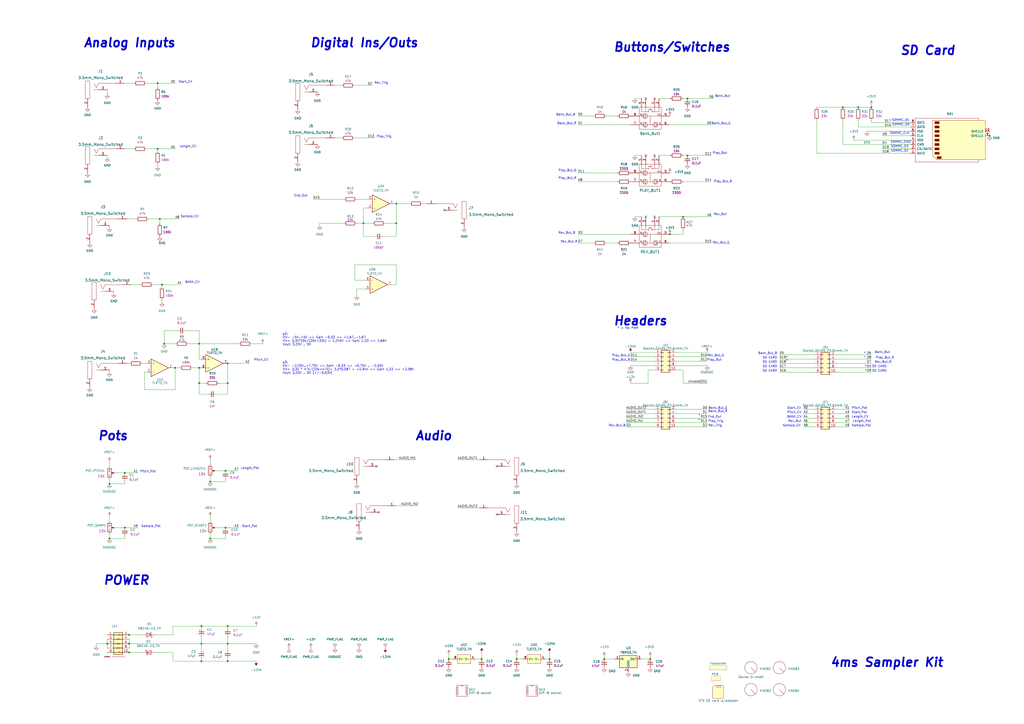
<source format=kicad_sch>
(kicad_sch (version 20230121) (generator eeschema)
  (paper "A2")
  (junction (at 116.84 373.38))
  (junction (at 121.92 279.4))
  (junction (at 63.5 280.67))
  (junction (at 92.71 127))
  (junction (at 388.62 135.89))
  (junction (at 91.44 86.36))
  (junction (at 229.87 118.11))
  (junction (at 398.78 90.17))
  (junction (at 115.57 199.39))
  (junction (at 210.82 129.54))
  (junction (at 488.95 62.23))
  (junction (at 74.93 378.46))
  (junction (at 350.52 382.27))
  (junction (at 63.5 312.42))
  (junction (at 74.93 373.38))
  (junction (at 116.84 363.22))
  (junction (at 93.98 165.1))
  (junction (at 62.23 373.38))
  (junction (at 377.19 382.27))
  (junction (at 130.81 273.05))
  (junction (at 72.39 306.07))
  (junction (at 396.24 125.73))
  (junction (at 132.08 210.82))
  (junction (at 299.72 382.27))
  (junction (at 132.08 373.38))
  (junction (at 121.92 312.42))
  (junction (at 574.04 78.74))
  (junction (at 132.08 222.25))
  (junction (at 130.81 306.07))
  (junction (at 279.4 382.27))
  (junction (at 260.35 382.27))
  (junction (at 318.77 382.27))
  (junction (at 91.44 48.26))
  (junction (at 132.08 383.54))
  (junction (at 115.57 222.25))
  (junction (at 132.08 363.22))
  (junction (at 101.6 213.36))
  (junction (at 72.39 274.32))
  (junction (at 74.93 368.3))
  (junction (at 497.84 62.23))
  (junction (at 116.84 383.54))
  (junction (at 229.87 129.54))
  (junction (at 95.25 199.39))
  (junction (at 505.46 62.23))
  (junction (at 115.57 213.36))
  (junction (at 398.78 57.15))
  (no_connect (at 288.29 270.51))
  (no_connect (at 374.65 57.15))
  (no_connect (at 379.73 90.17))
  (no_connect (at 218.44 270.51))
  (no_connect (at 379.73 57.15))
  (no_connect (at 257.81 121.92))
  (no_connect (at 379.73 125.73))
  (no_connect (at 288.29 298.45))
  (no_connect (at 374.65 125.73))
  (no_connect (at 374.65 90.17))
  (no_connect (at 219.71 297.18))
  (wire (pts (xy 132.08 373.38) (xy 132.08 377.19)))
  (wire (pts (xy 368.3 57.15) (xy 372.11 57.15)))
  (wire (pts (xy 72.39 86.36) (xy 77.47 86.36)))
  (wire (pts (xy 63.5 270.51) (xy 63.5 267.97)))
  (wire (pts (xy 72.39 312.42) (xy 72.39 311.15)))
  (wire (pts (xy 132.08 228.6) (xy 125.73 228.6)))
  (wire (pts (xy 265.43 294.64) (xy 278.13 294.64)))
  (wire (pts (xy 344.17 140.97) (xy 335.28 140.97)))
  (wire (pts (xy 485.14 215.9) (xy 505.46 215.9)))
  (wire (pts (xy 132.08 373.38) (xy 148.59 373.38)))
  (wire (pts (xy 90.17 378.46) (xy 100.33 378.46)))
  (wire (pts (xy 372.11 382.27) (xy 377.19 382.27)))
  (wire (pts (xy 279.4 378.46) (xy 279.4 382.27)))
  (wire (pts (xy 241.3 266.7) (xy 228.6 266.7)))
  (wire (pts (xy 67.31 274.32) (xy 72.39 274.32)))
  (wire (pts (xy 388.62 135.89) (xy 396.24 135.89)))
  (wire (pts (xy 223.52 129.54) (xy 229.87 129.54)))
  (wire (pts (xy 485.14 245.11) (xy 492.76 245.11)))
  (wire (pts (xy 485.14 240.03) (xy 492.76 240.03)))
  (wire (pts (xy 452.12 215.9) (xy 472.44 215.9)))
  (wire (pts (xy 63.5 299.72) (xy 63.5 302.26)))
  (wire (pts (xy 73.66 210.82) (xy 74.93 210.82)))
  (wire (pts (xy 392.43 247.65) (xy 410.21 247.65)))
  (wire (pts (xy 488.95 83.82) (xy 488.95 69.85)))
  (wire (pts (xy 392.43 242.57) (xy 410.21 242.57)))
  (wire (pts (xy 452.12 210.82) (xy 472.44 210.82)))
  (wire (pts (xy 205.74 49.53) (xy 215.9 49.53)))
  (wire (pts (xy 82.55 210.82) (xy 85.09 210.82)))
  (wire (pts (xy 93.98 165.1) (xy 93.98 166.37)))
  (wire (pts (xy 115.57 222.25) (xy 115.57 228.6)))
  (wire (pts (xy 116.84 373.38) (xy 116.84 377.19)))
  (wire (pts (xy 396.24 222.25) (xy 410.21 222.25)))
  (wire (pts (xy 132.08 222.25) (xy 132.08 228.6)))
  (wire (pts (xy 88.9 165.1) (xy 93.98 165.1)))
  (wire (pts (xy 388.62 72.39) (xy 412.75 72.39)))
  (wire (pts (xy 207.01 167.64) (xy 207.01 171.45)))
  (wire (pts (xy 392.43 212.09) (xy 410.21 212.09)))
  (wire (pts (xy 365.76 209.55) (xy 379.73 209.55)))
  (wire (pts (xy 205.74 80.01) (xy 217.17 80.01)))
  (wire (pts (xy 375.92 214.63) (xy 379.73 214.63)))
  (wire (pts (xy 125.73 273.05) (xy 130.81 273.05)))
  (wire (pts (xy 132.08 383.54) (xy 148.59 383.54)))
  (wire (pts (xy 115.57 199.39) (xy 115.57 208.28)))
  (wire (pts (xy 505.46 71.12) (xy 505.46 69.85)))
  (wire (pts (xy 76.2 165.1) (xy 81.28 165.1)))
  (wire (pts (xy 72.39 280.67) (xy 72.39 279.4)))
  (wire (pts (xy 111.76 213.36) (xy 115.57 213.36)))
  (wire (pts (xy 63.5 309.88) (xy 63.5 312.42)))
  (wire (pts (xy 392.43 237.49) (xy 410.21 237.49)))
  (wire (pts (xy 485.14 247.65) (xy 492.76 247.65)))
  (wire (pts (xy 83.82 226.06) (xy 101.6 226.06)))
  (wire (pts (xy 392.43 240.03) (xy 410.21 240.03)))
  (wire (pts (xy 63.5 214.63) (xy 63.5 215.9)))
  (wire (pts (xy 130.81 279.4) (xy 130.81 278.13)))
  (wire (pts (xy 121.92 309.88) (xy 121.92 312.42)))
  (wire (pts (xy 62.23 90.17) (xy 62.23 91.44)))
  (wire (pts (xy 92.71 127) (xy 92.71 129.54)))
  (wire (pts (xy 229.87 118.11) (xy 229.87 129.54)))
  (wire (pts (xy 528.32 76.2) (xy 502.92 76.2)))
  (wire (pts (xy 63.5 312.42) (xy 72.39 312.42)))
  (wire (pts (xy 67.31 306.07) (xy 72.39 306.07)))
  (wire (pts (xy 205.74 162.56) (xy 205.74 153.67)))
  (wire (pts (xy 382.27 125.73) (xy 396.24 125.73)))
  (wire (pts (xy 194.31 80.01) (xy 198.12 80.01)))
  (wire (pts (xy 66.04 168.91) (xy 66.04 170.18)))
  (wire (pts (xy 115.57 191.77) (xy 115.57 199.39)))
  (wire (pts (xy 132.08 210.82) (xy 132.08 222.25)))
  (wire (pts (xy 86.36 127) (xy 92.71 127)))
  (wire (pts (xy 368.3 125.73) (xy 372.11 125.73)))
  (wire (pts (xy 210.82 137.16) (xy 210.82 129.54)))
  (wire (pts (xy 217.17 137.16) (xy 210.82 137.16)))
  (wire (pts (xy 452.12 208.28) (xy 472.44 208.28)))
  (wire (pts (xy 74.93 373.38) (xy 116.84 373.38)))
  (wire (pts (xy 121.92 279.4) (xy 130.81 279.4)))
  (wire (pts (xy 335.28 67.31) (xy 344.17 67.31)))
  (wire (pts (xy 115.57 213.36) (xy 115.57 222.25)))
  (wire (pts (xy 115.57 208.28) (xy 116.84 208.28)))
  (wire (pts (xy 392.43 207.01) (xy 410.21 207.01)))
  (wire (pts (xy 95.25 199.39) (xy 101.6 199.39)))
  (wire (pts (xy 91.44 86.36) (xy 91.44 87.63)))
  (wire (pts (xy 452.12 205.74) (xy 472.44 205.74)))
  (wire (pts (xy 116.84 364.49) (xy 116.84 363.22)))
  (wire (pts (xy 335.28 135.89) (xy 365.76 135.89)))
  (wire (pts (xy 100.33 368.3) (xy 100.33 363.22)))
  (wire (pts (xy 398.78 57.15) (xy 414.02 57.15)))
  (wire (pts (xy 485.14 205.74) (xy 505.46 205.74)))
  (wire (pts (xy 130.81 306.07) (xy 138.43 306.07)))
  (wire (pts (xy 497.84 73.66) (xy 497.84 69.85)))
  (wire (pts (xy 396.24 214.63) (xy 396.24 222.25)))
  (wire (pts (xy 505.46 62.23) (xy 505.46 60.96)))
  (wire (pts (xy 72.39 306.07) (xy 80.01 306.07)))
  (wire (pts (xy 74.93 370.84) (xy 74.93 373.38)))
  (wire (pts (xy 392.43 245.11) (xy 410.21 245.11)))
  (wire (pts (xy 210.82 129.54) (xy 215.9 129.54)))
  (wire (pts (xy 210.82 120.65) (xy 210.82 129.54)))
  (wire (pts (xy 316.23 382.27) (xy 318.77 382.27)))
  (wire (pts (xy 528.32 86.36) (xy 511.81 86.36)))
  (wire (pts (xy 146.05 199.39) (xy 152.4 199.39)))
  (wire (pts (xy 229.87 165.1) (xy 227.33 165.1)))
  (wire (pts (xy 229.87 118.11) (xy 237.49 118.11)))
  (wire (pts (xy 194.31 49.53) (xy 198.12 49.53)))
  (wire (pts (xy 365.76 204.47) (xy 379.73 204.47)))
  (wire (pts (xy 55.88 373.38) (xy 62.23 373.38)))
  (wire (pts (xy 363.22 242.57) (xy 379.73 242.57)))
  (wire (pts (xy 485.14 213.36) (xy 505.46 213.36)))
  (wire (pts (xy 363.22 247.65) (xy 379.73 247.65)))
  (wire (pts (xy 488.95 62.23) (xy 497.84 62.23)))
  (wire (pts (xy 91.44 86.36) (xy 101.6 86.36)))
  (wire (pts (xy 73.66 127) (xy 78.74 127)))
  (wire (pts (xy 115.57 228.6) (xy 120.65 228.6)))
  (wire (pts (xy 121.92 269.24) (xy 121.92 266.7)))
  (wire (pts (xy 95.25 191.77) (xy 95.25 199.39)))
  (wire (pts (xy 205.74 153.67) (xy 229.87 153.67)))
  (wire (pts (xy 85.09 215.9) (xy 83.82 215.9)))
  (wire (pts (xy 335.28 72.39) (xy 365.76 72.39)))
  (wire (pts (xy 245.11 118.11) (xy 247.65 118.11)))
  (wire (pts (xy 396.24 125.73) (xy 412.75 125.73)))
  (wire (pts (xy 185.42 129.54) (xy 199.39 129.54)))
  (wire (pts (xy 396.24 133.35) (xy 396.24 135.89)))
  (wire (pts (xy 93.98 173.99) (xy 93.98 175.26)))
  (wire (pts (xy 242.57 293.37) (xy 229.87 293.37)))
  (wire (pts (xy 528.32 71.12) (xy 505.46 71.12)))
  (wire (pts (xy 100.33 363.22) (xy 116.84 363.22)))
  (wire (pts (xy 74.93 368.3) (xy 82.55 368.3)))
  (wire (pts (xy 72.39 48.26) (xy 77.47 48.26)))
  (wire (pts (xy 358.14 140.97) (xy 351.79 140.97)))
  (wire (pts (xy 62.23 368.3) (xy 74.93 368.3)))
  (wire (pts (xy 466.09 242.57) (xy 472.44 242.57)))
  (wire (pts (xy 91.44 48.26) (xy 91.44 50.8)))
  (wire (pts (xy 396.24 90.17) (xy 398.78 90.17)))
  (wire (pts (xy 365.76 212.09) (xy 379.73 212.09)))
  (wire (pts (xy 100.33 378.46) (xy 100.33 383.54)))
  (wire (pts (xy 148.59 363.22) (xy 132.08 363.22)))
  (wire (pts (xy 95.25 191.77) (xy 102.87 191.77)))
  (wire (pts (xy 132.08 364.49) (xy 132.08 363.22)))
  (wire (pts (xy 485.14 208.28) (xy 505.46 208.28)))
  (wire (pts (xy 363.22 245.11) (xy 379.73 245.11)))
  (wire (pts (xy 528.32 83.82) (xy 488.95 83.82)))
  (wire (pts (xy 125.73 306.07) (xy 130.81 306.07)))
  (wire (pts (xy 63.5 130.81) (xy 63.5 132.08)))
  (wire (pts (xy 265.43 266.7) (xy 278.13 266.7)))
  (wire (pts (xy 528.32 81.28) (xy 495.3 81.28)))
  (wire (pts (xy 398.78 90.17) (xy 412.75 90.17)))
  (wire (pts (xy 100.33 213.36) (xy 101.6 213.36)))
  (wire (pts (xy 116.84 373.38) (xy 132.08 373.38)))
  (wire (pts (xy 228.6 118.11) (xy 229.87 118.11)))
  (wire (pts (xy 127 222.25) (xy 132.08 222.25)))
  (wire (pts (xy 115.57 213.36) (xy 116.84 213.36)))
  (wire (pts (xy 388.62 140.97) (xy 412.75 140.97)))
  (wire (pts (xy 410.21 209.55) (xy 392.43 209.55)))
  (wire (pts (xy 368.3 90.17) (xy 372.11 90.17)))
  (wire (pts (xy 365.76 207.01) (xy 379.73 207.01)))
  (wire (pts (xy 62.23 52.07) (xy 62.23 54.61)))
  (wire (pts (xy 229.87 153.67) (xy 229.87 165.1)))
  (wire (pts (xy 92.71 127) (xy 104.14 127)))
  (wire (pts (xy 130.81 312.42) (xy 130.81 311.15)))
  (wire (pts (xy 365.76 222.25) (xy 375.92 222.25)))
  (wire (pts (xy 121.92 312.42) (xy 130.81 312.42)))
  (wire (pts (xy 115.57 191.77) (xy 107.95 191.77)))
  (wire (pts (xy 528.32 73.66) (xy 497.84 73.66)))
  (wire (pts (xy 116.84 383.54) (xy 132.08 383.54)))
  (wire (pts (xy 358.14 67.31) (xy 351.79 67.31)))
  (wire (pts (xy 350.52 382.27) (xy 356.87 382.27)))
  (wire (pts (xy 473.71 62.23) (xy 488.95 62.23)))
  (wire (pts (xy 62.23 373.38) (xy 62.23 375.92)))
  (wire (pts (xy 213.36 120.65) (xy 210.82 120.65)))
  (wire (pts (xy 116.84 382.27) (xy 116.84 383.54)))
  (wire (pts (xy 222.25 137.16) (xy 229.87 137.16)))
  (wire (pts (xy 181.61 115.57) (xy 199.39 115.57)))
  (wire (pts (xy 132.08 210.82) (xy 144.78 210.82)))
  (wire (pts (xy 83.82 215.9) (xy 83.82 226.06)))
  (wire (pts (xy 130.81 273.05) (xy 138.43 273.05)))
  (wire (pts (xy 382.27 57.15) (xy 388.62 57.15)))
  (wire (pts (xy 299.72 379.73) (xy 299.72 382.27)))
  (wire (pts (xy 74.93 373.38) (xy 74.93 375.92)))
  (wire (pts (xy 207.01 129.54) (xy 210.82 129.54)))
  (wire (pts (xy 466.09 237.49) (xy 472.44 237.49)))
  (wire (pts (xy 485.14 210.82) (xy 505.46 210.82)))
  (wire (pts (xy 121.92 299.72) (xy 121.92 302.26)))
  (wire (pts (xy 62.23 373.38) (xy 74.93 373.38)))
  (wire (pts (xy 116.84 369.57) (xy 116.84 373.38)))
  (wire (pts (xy 497.84 62.23) (xy 505.46 62.23)))
  (wire (pts (xy 466.09 245.11) (xy 472.44 245.11)))
  (wire (pts (xy 109.22 199.39) (xy 115.57 199.39)))
  (wire (pts (xy 101.6 226.06) (xy 101.6 213.36)))
  (wire (pts (xy 116.84 363.22) (xy 132.08 363.22)))
  (wire (pts (xy 90.17 368.3) (xy 100.33 368.3)))
  (wire (pts (xy 363.22 240.03) (xy 379.73 240.03)))
  (wire (pts (xy 377.19 381) (xy 377.19 382.27)))
  (wire (pts (xy 485.14 237.49) (xy 492.76 237.49)))
  (wire (pts (xy 318.77 378.46) (xy 318.77 382.27)))
  (wire (pts (xy 63.5 280.67) (xy 72.39 280.67)))
  (wire (pts (xy 350.52 381) (xy 350.52 382.27)))
  (wire (pts (xy 85.09 86.36) (xy 91.44 86.36)))
  (wire (pts (xy 466.09 247.65) (xy 472.44 247.65)))
  (wire (pts (xy 100.33 383.54) (xy 116.84 383.54)))
  (wire (pts (xy 62.23 378.46) (xy 74.93 378.46)))
  (wire (pts (xy 85.09 48.26) (xy 91.44 48.26)))
  (wire (pts (xy 132.08 369.57) (xy 132.08 373.38)))
  (wire (pts (xy 212.09 167.64) (xy 207.01 167.64)))
  (wire (pts (xy 485.14 242.57) (xy 492.76 242.57)))
  (wire (pts (xy 72.39 274.32) (xy 80.01 274.32)))
  (wire (pts (xy 466.09 240.03) (xy 472.44 240.03)))
  (wire (pts (xy 91.44 95.25) (xy 91.44 96.52)))
  (wire (pts (xy 207.01 115.57) (xy 213.36 115.57)))
  (wire (pts (xy 121.92 276.86) (xy 121.92 279.4)))
  (wire (pts (xy 335.28 105.41) (xy 358.14 105.41)))
  (wire (pts (xy 101.6 213.36) (xy 104.14 213.36)))
  (wire (pts (xy 212.09 162.56) (xy 205.74 162.56)))
  (wire (pts (xy 382.27 90.17) (xy 388.62 90.17)))
  (wire (pts (xy 260.35 382.27) (xy 262.89 382.27)))
  (wire (pts (xy 375.92 222.25) (xy 375.92 214.63)))
  (wire (pts (xy 62.23 370.84) (xy 62.23 373.38)))
  (wire (pts (xy 299.72 382.27) (xy 303.53 382.27)))
  (wire (pts (xy 392.43 204.47) (xy 410.21 204.47)))
  (wire (pts (xy 74.93 378.46) (xy 82.55 378.46)))
  (wire (pts (xy 55.88 374.65) (xy 55.88 373.38)))
  (wire (pts (xy 132.08 382.27) (xy 132.08 383.54)))
  (wire (pts (xy 275.59 382.27) (xy 279.4 382.27)))
  (wire (pts (xy 335.28 100.33) (xy 358.14 100.33)))
  (wire (pts (xy 473.71 88.9) (xy 473.71 69.85)))
  (wire (pts (xy 363.22 237.49) (xy 379.73 237.49)))
  (wire (pts (xy 392.43 214.63) (xy 396.24 214.63)))
  (wire (pts (xy 574.04 78.74) (xy 574.04 76.2)))
  (wire (pts (xy 396.24 57.15) (xy 398.78 57.15)))
  (wire (pts (xy 115.57 222.25) (xy 119.38 222.25)))
  (wire (pts (xy 63.5 278.13) (xy 63.5 280.67)))
  (wire (pts (xy 115.57 199.39) (xy 138.43 199.39)))
  (wire (pts (xy 528.32 78.74) (xy 511.81 78.74)))
  (wire (pts (xy 260.35 379.73) (xy 260.35 382.27)))
  (wire (pts (xy 185.42 129.54) (xy 185.42 130.81)))
  (wire (pts (xy 452.12 213.36) (xy 472.44 213.36)))
  (wire (pts (xy 396.24 105.41) (xy 412.75 105.41)))
  (wire (pts (xy 528.32 88.9) (xy 473.71 88.9)))
  (wire (pts (xy 91.44 48.26) (xy 101.6 48.26)))
  (wire (pts (xy 93.98 165.1) (xy 105.41 165.1)))
  (wire (pts (xy 229.87 129.54) (xy 229.87 137.16)))
  (text "Rev_Trig" (at 217.17 48.895 0) (effects (font (size 1.27 1.27)) (justify left bottom)))
  (text "SD CARD" (at 514.35 213.36 0) (effects (font (size 1.27 1.27)) (justify right bottom)))
  (text "Play_But_B" (at 354.965 209.55 0) (effects (font (size 1.27 1.27)) (justify left bottom)))
  (text "Play_Trig" (at 218.44 80.01 0) (effects (font (size 1.27 1.27)) (justify left bottom)))
  (text "Rev_But_R" (at 325.12 140.97 0) (effects (font (size 1.27 1.27)) (justify left bottom)))
  (text "SD CARD" (at 450.85 213.36 0) (effects (font (size 1.27 1.27)) (justify right bottom)))
  (text "SDMMC_CMD" (at 528.32 83.185 0) (effects (font (size 1.27 1.27)) (justify right bottom)))
  (text "Play_But_B" (at 414.02 106.045 0) (effects (font (size 1.27 1.27)) (justify left bottom)))
  (text "Bank_But" (at 414.655 56.515 0) (effects (font (size 1.27 1.27)) (justify left bottom)))
  (text "Bank_But_R" (at 410.845 239.395 0) (effects (font (size 1.27 1.27)) (justify left bottom)))
  (text "Rev_But_B" (at 323.85 135.89 0) (effects (font (size 1.27 1.27)) (justify left bottom)))
  (text "p3:\nVin- -2.25V..+7.75V => Gain -0.33 => +0.75V .. -2.55V\nVin+ 3.3V * 47k/(33k+47k)= 3.3*0.587 = +1.94V => Gain 1.33 => +2.58V\nVout: 3.33V .. 0V (+/-0.03V)" (at 163.83 217.17 0) (effects (font (size 1.27 1.27)) (justify left bottom)))
  (text "Sample_Pot" (at 81.915 306.07 0) (effects (font (size 1.27 1.27)) (justify left bottom)))
  (text "Play_But_G" (at 323.85 99.695 0) (effects (font (size 1.27 1.27)) (justify left bottom)))
  (text "*" (at 501.015 208.28 0) (effects (font (size 1.27 1.27)) (justify left bottom)))
  (text "Bank_But_G" (at 412.75 72.39 0) (effects (font (size 1.27 1.27)) (justify left bottom)))
  (text "Length_CV" (at 494.03 242.57 0) (effects (font (size 1.27 1.27)) (justify left bottom)))
  (text "Rev_Trig" (at 410.845 247.65 0) (effects (font (size 1.27 1.27)) (justify left bottom)))
  (text "Headers" (at 355.6 189.23 0) (effects (font (size 5.08 5.08) (thickness 1.016) bold italic) (justify left bottom)))
  (text "Digital Ins/Outs" (at 179.705 27.94 0) (effects (font (size 5.08 5.08) (thickness 1.016) bold italic) (justify left bottom)))
  (text "Play_But_R" (at 508 208.28 0) (effects (font (size 1.27 1.27)) (justify left bottom)))
  (text "Rev_But_G" (at 413.385 141.605 0) (effects (font (size 1.27 1.27)) (justify left bottom)))
  (text "Bank_But_G" (at 410.845 237.49 0) (effects (font (size 1.27 1.27)) (justify left bottom)))
  (text "*" (at 405.13 241.935 0) (effects (font (size 1.27 1.27)) (justify left bottom)))
  (text "Start_Pot" (at 494.03 240.03 0) (effects (font (size 1.27 1.27)) (justify left bottom)))
  (text "Start_CV" (at 456.565 237.49 0) (effects (font (size 1.27 1.27)) (justify left bottom)))
  (text "Pitch_CV" (at 456.565 240.03 0) (effects (font (size 1.27 1.27)) (justify left bottom)))
  (text "SDMMC_D2" (at 527.05 88.265 0) (effects (font (size 1.27 1.27)) (justify right bottom)))
  (text "SDMMC_D0" (at 527.685 73.025 0) (effects (font (size 1.27 1.27)) (justify right bottom)))
  (text "Length_Pot" (at 494.665 245.11 0) (effects (font (size 1.27 1.27)) (justify left bottom)))
  (text "Play_But_R" (at 323.85 104.14 0) (effects (font (size 1.27 1.27)) (justify left bottom)))
  (text "Audio" (at 240.665 255.905 0) (effects (font (size 5.08 5.08) (thickness 1.016) bold italic) (justify left bottom)))
  (text "Rev_But" (at 414.02 125.095 0) (effects (font (size 1.27 1.27)) (justify left bottom)))
  (text "Analog Inputs" (at 48.26 27.94 0) (effects (font (size 5.08 5.08) (thickness 1.016) bold italic) (justify left bottom)))
  (text "SD Card" (at 521.97 32.385 0) (effects (font (size 5.08 5.08) (thickness 1.016) bold italic) (justify left bottom)))
  (text "Rev_But" (at 457.2 245.11 0) (effects (font (size 1.27 1.27)) (justify left bottom)))
  (text "*" (at 501.65 213.36 0) (effects (font (size 1.27 1.27)) (justify left bottom)))
  (text "SDMMC_D1" (at 527.685 70.485 0) (effects (font (size 1.27 1.27)) (justify right bottom)))
  (text "Buttons/Switches" (at 355.6 30.48 0) (effects (font (size 5.08 5.08) (thickness 1.016) bold italic) (justify left bottom)))
  (text "Pitch_Pot" (at 494.03 237.49 0) (effects (font (size 1.27 1.27)) (justify left bottom)))
  (text "Sample_Pot" (at 494.03 247.65 0) (effects (font (size 1.27 1.27)) (justify left bottom)))
  (text "Play_But" (at 410.21 209.55 0) (effects (font (size 1.27 1.27)) (justify left bottom)))
  (text "Start_Pot" (at 140.335 306.07 0) (effects (font (size 1.27 1.27)) (justify left bottom)))
  (text "*" (at 501.015 205.74 0) (effects (font (size 1.27 1.27)) (justify left bottom)))
  (text "Start_CV" (at 103.505 48.26 0) (effects (font (size 1.27 1.27)) (justify left bottom)))
  (text "Play_Trig" (at 410.845 245.11 0) (effects (font (size 1.27 1.27)) (justify left bottom)))
  (text "*" (at 455.93 208.28 0) (effects (font (size 1.27 1.27)) (justify left bottom)))
  (text "Rev_But_G" (at 410.21 207.01 0) (effects (font (size 1.27 1.27)) (justify left bottom)))
  (text "SD CARD" (at 514.35 215.9 0) (effects (font (size 1.27 1.27)) (justify right bottom)))
  (text "*" (at 455.93 210.185 0) (effects (font (size 1.27 1.27)) (justify left bottom)))
  (text "BANK_CV" (at 456.565 242.57 0) (effects (font (size 1.27 1.27)) (justify left bottom)))
  (text "Sample_CV" (at 104.775 126.365 0) (effects (font (size 1.27 1.27)) (justify left bottom)))
  (text "Bank_But_B" (at 322.58 67.31 0) (effects (font (size 1.27 1.27)) (justify left bottom)))
  (text "SD CARD" (at 450.85 208.28 0) (effects (font (size 1.27 1.27)) (justify right bottom)))
  (text "Play_But_G" (at 354.965 207.01 0) (effects (font (size 1.27 1.27)) (justify left bottom)))
  (text "Pitch_CV" (at 147.32 209.55 0) (effects (font (size 1.27 1.27)) (justify left bottom)))
  (text "*" (at 501.65 215.9 0) (effects (font (size 1.27 1.27)) (justify left bottom)))
  (text "Pots" (at 56.515 255.905 0) (effects (font (size 5.08 5.08) (thickness 1.016) bold italic) (justify left bottom)))
  (text "Rev_But_B" (at 353.06 247.65 0) (effects (font (size 1.27 1.27)) (justify left bottom)))
  (text "SDMMC_CLK" (at 527.685 78.105 0) (effects (font (size 1.27 1.27)) (justify right bottom)))
  (text "Rev_But_R" (at 507.365 210.82 0) (effects (font (size 1.27 1.27)) (justify left bottom)))
  (text "*" (at 404.8824 244.6801 0) (effects (font (size 1.27 1.27)) (justify left bottom)))
  (text "End_Out" (at 418.465 242.57 0) (effects (font (size 1.27 1.27)) (justify right bottom)))
  (text "p2:\nVin- -5V..+5V => Gain -0.33 => +1.67..-1.67\nVin+ 3.3V*20k/(20k+33k) = 1.245V => Gain 1.33 => 1.66V\nVout: 3.33V .. 0V" (at 163.83 200.66 0) (effects (font (size 1.27 1.27)) (justify left bottom)))
  (text "4ms Sampler Kit" (at 481.33 387.35 0) (effects (font (size 5.08 5.08) (thickness 1.016) bold italic) (justify left bottom)))
  (text "Bank_But" (at 507.365 205.105 0) (effects (font (size 1.27 1.27)) (justify left bottom)))
  (text "* = No PWM" (at 358.14 191.135 0) (effects (font (size 1.27 1.27)) (justify left bottom)))
  (text "Pitch_Pot" (at 81.28 274.32 0) (effects (font (size 1.27 1.27)) (justify left bottom)))
  (text "SDMMC_D3" (at 527.05 85.725 0) (effects (font (size 1.27 1.27)) (justify right bottom)))
  (text "POWER" (at 59.69 339.725 0) (effects (font (size 5.08 5.08) (thickness 1.016) bold italic) (justify left bottom)))
  (text "End_Out" (at 178.435 114.3 0) (effects (font (size 1.27 1.27)) (justify right bottom)))
  (text "SD CARD" (at 450.85 210.82 0) (effects (font (size 1.27 1.27)) (justify right bottom)))
  (text "Changes from p2 to p3:\n-Added 47k in series with Trigger jacks\n-Changed Pitch CV resistors (delete R37, change R9 10k=>47k)" (at -67.31 199.39 0) (effects (font (size 1.27 1.27)) (justify left bottom)))
  (text "Bank_But_B" (at 450.85 205.74 0) (effects (font (size 1.27 1.27)) (justify right bottom)))
  (text "Length_Pot" (at 139.7 272.415 0) (effects (font (size 1.27 1.27)) (justify left bottom)))
  (text "Sample_CV" (at 454.025 247.65 0) (effects (font (size 1.27 1.27)) (justify left bottom)))
  (text "Play_But" (at 413.385 89.535 0) (effects (font (size 1.27 1.27)) (justify left bottom)))
  (text "Length_CV" (at 104.14 85.725 0) (effects (font (size 1.27 1.27)) (justify left bottom)))
  (text "SD CARD" (at 450.85 215.9 0) (effects (font (size 1.27 1.27)) (justify right bottom)))
  (text "Bank_But_R" (at 323.215 72.39 0) (effects (font (size 1.27 1.27)) (justify left bottom)))
  (text "BANK_CV" (at 107.315 164.465 0) (effects (font (size 1.27 1.27)) (justify left bottom)))
  (label "D17" (at 452.12 213.36 0))
  (label "D7" (at 505.46 210.82 180))
  (label "D14" (at 365.76 209.55 0))
  (label "D12" (at 410.21 209.55 180))
  (label "A5" (at 492.76 242.57 180))
  (label "A2" (at 144.78 210.82 180))
  (label "D19" (at 452.12 208.28 0))
  (label "D11" (at 335.28 100.33 0))
  (label "A4" (at 105.41 165.1 180))
  (label "A6" (at 466.09 245.11 0))
  (label "D18" (at 452.12 210.82 0))
  (label "D3" (at 335.28 135.89 0))
  (label "A1" (at 492.76 237.49 180))
  (label "D13" (at 410.21 245.11 180))
  (label "D10" (at 410.21 207.01 180))
  (label "A1" (at 80.01 274.32 180))
  (label "AUDIO_IN1" (at 363.22 245.11 0))
  (label "A8" (at 466.09 247.65 0))
  (label "D3" (at 363.22 247.65 0))
  (label "D10" (at 412.75 140.97 180))
  (label "A7" (at 138.43 273.05 180))
  (label "D15" (at 181.61 115.57 0))
  (label "D0" (at 412.75 72.39 180))
  (label "D18" (at 511.81 88.9 0))
  (label "D16" (at 513.08 73.66 0))
  (label "A0" (at 466.09 237.49 0))
  (label "D1" (at 335.28 72.39 0))
  (label "D2" (at 410.21 247.65 180))
  (label "AUDIO_IN1" (at 241.3 266.7 180))
  (label "D6" (at 505.46 205.74 180))
  (label "A3" (at 138.43 306.07 180))
  (label "D1" (at 410.21 240.03 180))
  (label "AUDIO_OUT1" (at 265.43 266.7 0))
  (label "D4" (at 505.46 213.36 180))
  (label "D0" (at 410.21 237.49 180))
  (label "A9" (at 80.01 306.07 180))
  (label "D2" (at 215.9 49.53 180))
  (label "D5" (at 335.28 67.31 0))
  (label "D6" (at 414.02 57.15 180))
  (label "AUDIO_OUT1" (at 363.22 240.03 0))
  (label "D14" (at 412.75 105.41 180))
  (label "D11" (at 365.76 207.01 0))
  (label "D5" (at 452.12 205.74 0))
  (label "A7" (at 492.76 245.11 180))
  (label "AUDIO_OUT2" (at 265.43 294.64 0))
  (label "A3" (at 492.76 240.03 180))
  (label "D19" (at 511.81 86.36 0))
  (label "A6" (at 412.75 125.73 180))
  (label "A4" (at 466.09 242.57 0))
  (label "D7" (at 335.28 140.97 0))
  (label "A9" (at 492.76 247.65 180))
  (label "A8" (at 104.14 127 180))
  (label "D12" (at 412.75 90.17 180))
  (label "D4" (at 511.81 83.82 0))
  (label "D9" (at 511.81 78.74 0))
  (label "Unused(5V)" (at 410.21 222.25 180))
  (label "D17" (at 513.08 71.12 0))
  (label "D16" (at 452.12 215.9 0))
  (label "AUDIO_IN2" (at 363.22 242.57 0))
  (label "A5" (at 101.6 86.36 180))
  (label "AUDIO_OUT2" (at 363.22 237.49 0))
  (label "A0" (at 101.6 48.26 180))
  (label "A2" (at 466.09 240.03 0))
  (label "D13" (at 217.17 80.01 180))
  (label "AUDIO_IN2" (at 242.57 293.37 180))
  (label "D8" (at 335.28 105.41 0))
  (label "D8" (at 505.46 208.28 180))
  (label "D9" (at 505.46 215.9 180))
  (label "D15" (at 410.21 242.57 180))
  (symbol (lib_id "4ms_Power-symbol:GND") (at 368.3 57.15 0) (unit 1)
    (property "Reference" "#PWR049" (effects hide))
    (property "Value" "GND" (at 368.3 62.23 0))
  )
  (symbol (lib_id "power:GND") (at 208.28 375.92 0) (unit 1)
    (property "Reference" "#PWR036" (effects hide))
    (property "Value" "GND" (at 208.28 381 0))
  )
  (symbol (lib_id "4ms_Connector:Socket_DIP8") (at 308.61 400.05 0) (unit 1) (on_board no)
    (property "Reference" "SK2" (at 312.5008 400.0413 0) (effects (justify left)))
    (property "Value" "DIP-8 socket" (at 312.5008 401.9623 0) (effects (justify left)))
    (property "Datasheet" "https://www.mouser.com/datasheet/2/418/7/ENG_CD_2199298_A_baseFilename-2029520.pdf" (effects hide))
    (property "Manufacturer" "TE Connectivity" (effects hide))
    (property "Part Number" "1-2199298-2" (effects hide))
    (property "Specifications" "DIP-8 Socket, 2.54mm Pitch, 7.62mm Rows" (effects hide))
    (property "Production Stage" "B" (effects hide))
  )
  (symbol (lib_id "4ms_Capacitor:0.1uF_Disc_TH") (at 72.39 276.86 0) (unit 1)
    (property "Reference" "C1" (at 74.93 275.5962 0) (effects (justify left)))
    (property "Value" "0.1uF_Disc_TH" (effects hide))
    (property "Footprint" "4ms_Capacitor:C_Disc_P2.54mm" (effects hide))
    (property "Display" "0.1uF" (at 74.93 278.1362 0) (effects (justify left)))
    (property "Manufacturer" "Vishay" (effects hide))
    (property "Part Number" "K104Z15Y5VF53L2" (effects hide))
    (property "Specifications" "MLCC, Leaded, Min 25V, Y5V, Lead Spacing 2.5mm, Body approx 4x4mm" (effects hide))
    (property "Production Stage" "B" (effects hide))
  )
  (symbol (lib_id "4ms_Resistor_TH:47k_TH0.125") (at 105.41 199.39 90) (unit 1)
    (property "Reference" "R9" (at 105.41 195.3641 90))
    (property "Value" "47k_TH0.125" (effects hide))
    (property "Footprint" "4ms_Resistor:R_Axial_DIN0207_L6.3mm_D2.5mm_P7.62mm_Horizontal" (effects hide))
    (property "Specifications" "47k, 5%, 1/8W, TH0.125" (effects hide))
    (property "Manufacturer" "Xicon" (effects hide))
    (property "Part Number" "299-47k-RC" (effects hide))
    (property "Display" "47k" (at 105.41 197.2851 90))
  )
  (symbol (lib_id "4ms_Power-symbol:+3.3V") (at 377.19 381 0) (unit 1)
    (property "Reference" "#PWR0102" (effects hide))
    (property "Value" "+3.3V" (at 374.015 375.285 0) (effects (justify left)))
  )
  (symbol (lib_id "4ms_Resistor_TH:47k_TH0.125") (at 81.28 48.26 90) (unit 1)
    (property "Reference" "R2" (at 81.28 42.545 90))
    (property "Value" "47k_TH0.125" (effects hide))
    (property "Footprint" "4ms_Resistor:R_Axial_DIN0207_L6.3mm_D2.5mm_P7.62mm_Horizontal" (effects hide))
    (property "Specifications" "47k, 5%, 1/8W, TH0.125" (effects hide))
    (property "Manufacturer" "Xicon" (effects hide))
    (property "Part Number" "299-47k-RC" (effects hide))
    (property "Display" "47k" (at 81.28 45.085 90))
    (property "Production Stage" "B" (effects hide))
  )
  (symbol (lib_id "4ms_Resistor_TH:33k_TH0.125") (at 142.24 199.39 90) (unit 1)
    (property "Reference" "R11" (at 142.24 194.31 90))
    (property "Value" "33k_TH0.125" (effects hide))
    (property "Footprint" "4ms_Resistor:R_Axial_DIN0207_L6.3mm_D2.5mm_P7.62mm_Horizontal" (effects hide))
    (property "Specifications" "33k, 5%, 1/8W, TH0.125" (effects hide))
    (property "Manufacturer" "Xicon" (effects hide))
    (property "Part Number" "299-33k-RC" (effects hide))
    (property "Display" "33k" (at 142.24 196.85 90))
    (property "Production Stage" "B" (effects hide))
  )
  (symbol (lib_id "4ms_Power-symbol:GNDADC") (at 194.31 375.92 0) (unit 1)
    (property "Reference" "#PWR032" (effects hide))
    (property "Value" "GNDADC" (at 194.31 381 0))
  )
  (symbol (lib_id "4ms_Power-symbol:GND") (at 184.15 83.82 0) (unit 1)
    (property "Reference" "#PWR031" (effects hide))
    (property "Value" "GND" (at 184.15 88.265 0))
  )
  (symbol (lib_id "4ms_Resistor_TH:1k_TH0.125") (at 241.3 118.11 90) (unit 1)
    (property "Reference" "R15" (at 241.3 111.76 90))
    (property "Value" "1k_TH0.125" (effects hide))
    (property "Footprint" "4ms_Resistor:R_Axial_DIN0207_L6.3mm_D2.5mm_P7.62mm_Horizontal" (effects hide))
    (property "Specifications" "1k, 5%, 1/8W, TH0.125" (effects hide))
    (property "Manufacturer" "Xicon" (effects hide))
    (property "Part Number" "299-1k-RC" (effects hide))
    (property "Display" "1k" (at 241.3 114.3 90))
    (property "Production Stage" "B" (effects hide))
  )
  (symbol (lib_id "4ms_Power-symbol:GNDADC") (at 63.5 280.67 0) (unit 1)
    (property "Reference" "#PWR011" (effects hide))
    (property "Value" "GNDADC" (at 63.5 285.115 0))
  )
  (symbol (lib_id "4ms_Capacitor:0.1uF_Disc_TH") (at 130.81 308.61 0) (unit 1)
    (property "Reference" "C10" (at 133.985 307.3462 0) (effects (justify left)))
    (property "Value" "0.1uF_Disc_TH" (effects hide))
    (property "Footprint" "4ms_Capacitor:C_Disc_P2.54mm" (effects hide))
    (property "Display" "0.1uF" (at 133.985 309.8862 0) (effects (justify left)))
    (property "Manufacturer" "Vishay" (effects hide))
    (property "Part Number" "K104Z15Y5VF53L2" (effects hide))
    (property "Specifications" "MLCC, Leaded, Min 25V, Y5V, Lead Spacing 2.5mm, Body approx 4x4mm" (effects hide))
    (property "Production Stage" "B" (effects hide))
  )
  (symbol (lib_id "4ms_Power-symbol:GNDADC") (at 121.92 312.42 0) (unit 1)
    (property "Reference" "#PWR021" (effects hide))
    (property "Value" "GNDADC" (at 121.92 317.5 0))
  )
  (symbol (lib_id "4ms_Power-symbol:GND") (at 184.15 53.34 0) (unit 1)
    (property "Reference" "#PWR030" (effects hide))
    (property "Value" "GND" (at 184.15 58.42 0))
  )
  (symbol (lib_id "4ms_Power-symbol:GND") (at 50.8 100.33 0) (unit 1)
    (property "Reference" "#PWR02" (effects hide))
    (property "Value" "GND" (at 50.8 105.41 0))
  )
  (symbol (lib_id "4ms_Power-symbol:+12V") (at 148.59 363.22 0) (unit 1)
    (property "Reference" "#PWR023" (effects hide))
    (property "Value" "+12V" (at 148.59 358.14 0))
  )
  (symbol (lib_id "4ms_Resistor_TH:47k_TH0.125") (at 81.28 86.36 90) (unit 1)
    (property "Reference" "R3" (at 81.28 80.01 90))
    (property "Value" "47k_TH0.125" (effects hide))
    (property "Footprint" "4ms_Resistor:R_Axial_DIN0207_L6.3mm_D2.5mm_P7.62mm_Horizontal" (effects hide))
    (property "Specifications" "47k, 5%, 1/8W, TH0.125" (effects hide))
    (property "Manufacturer" "Xicon" (effects hide))
    (property "Part Number" "299-47k-RC" (effects hide))
    (property "Display" "47k" (at 81.28 82.55 90))
    (property "Production Stage" "B" (effects hide))
  )
  (symbol (lib_id "4ms_Resistor_TH:33k_TH0.125") (at 203.2 129.54 90) (unit 1)
    (property "Reference" "R13" (at 203.2 125.5141 90))
    (property "Value" "33k_TH0.125" (effects hide))
    (property "Footprint" "4ms_Resistor:R_Axial_DIN0207_L6.3mm_D2.5mm_P7.62mm_Horizontal" (effects hide))
    (property "Specifications" "33k, 5%, 1/8W, TH0.125" (effects hide))
    (property "Manufacturer" "Xicon" (effects hide))
    (property "Part Number" "299-33k-RC" (effects hide))
    (property "Display" "33k" (at 203.2 127.4351 90))
    (property "Production Stage" "B" (effects hide))
  )
  (symbol (lib_id "power:GND") (at 269.24 132.08 0) (unit 1)
    (property "Reference" "#PWR040" (effects hide))
    (property "Value" "GND" (at 269.24 137.16 0))
  )
  (symbol (lib_id "4ms_Power-symbol:GND") (at 91.44 58.42 0) (unit 1)
    (property "Reference" "#PWR014" (effects hide))
    (property "Value" "GND" (at 91.44 62.865 0))
  )
  (symbol (lib_id "4ms_Capacitor:0.1uF_Disc_TH") (at 318.77 384.81 0) (unit 1)
    (property "Reference" "C15" (at 321.31 383.5462 0) (effects (justify left)))
    (property "Value" "0.1uF_Disc_TH" (effects hide))
    (property "Footprint" "4ms_Capacitor:C_Disc_P2.54mm" (effects hide))
    (property "Display" "0.1uF" (at 321.31 386.0862 0) (effects (justify left)))
    (property "Manufacturer" "Vishay" (effects hide))
    (property "Part Number" "K104Z15Y5VF53L2" (effects hide))
    (property "Specifications" "MLCC, Leaded, Min 25V, Y5V, Lead Spacing 2.5mm, Body approx 4x4mm" (effects hide))
    (property "Production Stage" "B" (effects hide))
  )
  (symbol (lib_id "4ms_Power-symbol:GND") (at 279.4 387.35 0) (unit 1)
    (property "Reference" "#PWR042" (effects hide))
    (property "Value" "GND" (at 279.4 391.795 0))
  )
  (symbol (lib_id "4ms_Power-symbol:GND") (at 398.78 95.25 0) (unit 1)
    (property "Reference" "#PWR059" (effects hide))
    (property "Value" "GND" (at 398.78 100.33 0))
  )
  (symbol (lib_id "power:GND") (at 365.76 212.09 0) (unit 1)
    (property "Reference" "#PWR053" (effects hide))
    (property "Value" "GND" (at 365.76 215.9 0))
  )
  (symbol (lib_id "4ms_Power-symbol:GND") (at 95.25 199.39 0) (unit 1)
    (property "Reference" "#PWR017" (effects hide))
    (property "Value" "GND" (at 95.25 203.835 0))
  )
  (symbol (lib_id "4ms_Hardware:microSDcard_STS") (at 416.56 401.32 0) (unit 1) (on_board no)
    (property "Reference" "U4" (effects hide))
    (property "Value" "STS SD card w/adaptor" (at 405.13 406.4 0) (effects (justify left)))
    (property "Manufacturer" "DiskCopy" (effects hide))
    (property "Part Number" "Sample Pack 2.0" (effects hide))
    (property "Specifications" "microSD Card, 16GB with STS Sample Pack. Includes SD adaptor" (effects hide))
  )
  (symbol (lib_id "4ms_Connector:Socket_02x05_P2.54mm_TH") (at 478.79 207.01 0) (unit 1)
    (property "Reference" "JD1" (at 478.79 201.4601 0))
    (property "Value" "Socket_02x05_P2.54mm_TH" (at 478.79 203.3811 0))
    (property "Footprint" "4ms_Connector:Socket_2x05_2.54mm_TH" (effects hide))
    (property "Datasheet" "https://suddendocs.samtec.com/catalog_english/ssw_th.pdf" (effects hide))
    (property "Specifications" "HEADER 2x5 FEMALE SOCKET 0.100” 180deg" (effects hide))
    (property "Manufacturer" "Samtec" (effects hide))
    (property "Part Number" "SSW-105-01-G-D" (effects hide))
    (property "Production Stage" "B" (effects hide))
  )
  (symbol (lib_id "4ms_Power-symbol:GND") (at 299.72 280.67 0) (unit 1)
    (property "Reference" "#PWR035" (effects hide))
    (property "Value" "GND" (at 299.72 285.75 0))
  )
  (symbol (lib_id "4ms_Capacitor:0.1uF_Disc_TH") (at 279.4 384.81 0) (unit 1)
    (property "Reference" "C13" (at 281.94 383.5462 0) (effects (justify left)))
    (property "Value" "0.1uF_Disc_TH" (effects hide))
    (property "Footprint" "4ms_Capacitor:C_Disc_P2.54mm" (effects hide))
    (property "Display" "0.1uF" (at 281.94 386.0862 0) (effects (justify left)))
    (property "Manufacturer" "Vishay" (effects hide))
    (property "Part Number" "K104Z15Y5VF53L2" (effects hide))
    (property "Specifications" "MLCC, Leaded, Min 25V, Y5V, Lead Spacing 2.5mm, Body approx 4x4mm" (effects hide))
    (property "Production Stage" "B" (effects hide))
  )
  (symbol (lib_id "4ms_Power-symbol:VREF+") (at 63.5 267.97 0) (unit 1)
    (property "Reference" "#PWR010" (effects hide))
    (property "Value" "VREF+" (at 63.5 262.255 0))
  )
  (symbol (lib_id "4ms_Power-symbol:GND") (at 172.72 63.5 0) (unit 1)
    (property "Reference" "#PWR027" (effects hide))
    (property "Value" "GND" (at 172.72 68.58 0))
  )
  (symbol (lib_id "4ms_Resistor_TH:100k_TH0.125") (at 92.71 133.35 180) (unit 1)
    (property "Reference" "R7" (at 94.615 132.0799 0) (effects (justify right)))
    (property "Value" "100k_TH0.125" (effects hide))
    (property "Footprint" "4ms_Resistor:R_Axial_DIN0207_L6.3mm_D2.5mm_P7.62mm_Horizontal" (effects hide))
    (property "Specifications" "100k, 5%, 1/8W, TH0.125" (effects hide))
    (property "Manufacturer" "Xicon" (effects hide))
    (property "Part Number" "299-100k-RC" (effects hide))
    (property "Display" "100k" (at 94.615 134.6199 0) (effects (justify right)))
    (property "Production Stage" "B" (effects hide))
  )
  (symbol (lib_id "4ms_Resistor_TH:33k_TH0.125") (at 497.84 66.04 0) (unit 1)
    (property "Reference" "R31" (at 499.745 64.7699 0) (effects (justify left)))
    (property "Value" "33k_TH0.125" (effects hide))
    (property "Footprint" "4ms_Resistor:R_Axial_DIN0207_L6.3mm_D2.5mm_P7.62mm_Horizontal" (effects hide))
    (property "Specifications" "33k, 5%, 1/8W, TH0.125" (effects hide))
    (property "Manufacturer" "Xicon" (effects hide))
    (property "Part Number" "299-33k-RC" (effects hide))
    (property "Display" "33k" (at 499.745 67.3099 0) (effects (justify left)))
    (property "Production Stage" "B" (effects hide))
  )
  (symbol (lib_id "4ms_Power-symbol:+3.3V") (at 388.62 135.89 0) (unit 1)
    (property "Reference" "#PWR057" (effects hide))
    (property "Value" "+3.3V" (at 388.62 132.08 0))
  )
  (symbol (lib_id "4ms_Power-symbol:+12V") (at 365.76 222.25 0) (unit 1)
    (property "Reference" "#PWR054" (effects hide))
    (property "Value" "+12V" (at 365.76 218.694 0))
  )
  (symbol (lib_id "4ms_Power-symbol:PWR_FLAG") (at 167.64 375.92 180) (unit 1)
    (property "Reference" "#FLG01" (effects hide))
    (property "Value" "PWR_FLAG" (at 167.64 381 0))
  )
  (symbol (lib_id "4ms_Resistor_TH:47k_TH0.125") (at 219.71 129.54 90) (unit 1)
    (property "Reference" "R14" (at 219.71 124.46 90))
    (property "Value" "47k_TH0.125" (effects hide))
    (property "Footprint" "4ms_Resistor:R_Axial_DIN0207_L6.3mm_D2.5mm_P7.62mm_Horizontal" (effects hide))
    (property "Specifications" "47k, 5%, 1/8W, TH0.125" (effects hide))
    (property "Manufacturer" "Xicon" (effects hide))
    (property "Part Number" "299-47k-RC" (effects hide))
    (property "Display" "47k" (at 219.71 127 90))
    (property "Production Stage" "B" (effects hide))
  )
  (symbol (lib_id "4ms_Connector:Socket_02x05_P2.54mm_TH") (at 478.79 238.76 0) (unit 1)
    (property "Reference" "JC1" (at 478.79 233.2101 0))
    (property "Value" "Socket_02x05_P2.54mm_TH" (at 478.79 235.1311 0))
    (property "Footprint" "4ms_Connector:Socket_2x05_2.54mm_TH" (effects hide))
    (property "Datasheet" "https://suddendocs.samtec.com/catalog_english/ssw_th.pdf" (effects hide))
    (property "Specifications" "HEADER 2x5 FEMALE SOCKET 0.100” 180deg" (effects hide))
    (property "Manufacturer" "Samtec" (effects hide))
    (property "Part Number" "SSW-105-01-G-D" (effects hide))
    (property "Production Stage" "B" (effects hide))
  )
  (symbol (lib_id "4ms_Capacitor:0.1uF_Disc_TH") (at 132.08 379.73 0) (mirror x) (unit 1)
    (property "Reference" "C8" (at 128.905 378.4535 0) (effects (justify right)))
    (property "Value" "0.1uF_Disc_TH" (effects hide))
    (property "Footprint" "4ms_Capacitor:C_Disc_P2.54mm" (effects hide))
    (property "Display" "0.1uF" (at 128.905 380.9935 0) (effects (justify right)))
    (property "Manufacturer" "Vishay" (effects hide))
    (property "Part Number" "K104Z15Y5VF53L2" (effects hide))
    (property "Specifications" "MLCC, Leaded, Min 25V, Y5V, Lead Spacing 2.5mm, Body approx 4x4mm" (effects hide))
    (property "Production Stage" "B" (effects hide))
  )
  (symbol (lib_id "4ms_Jack:3.5mm_Mono_Switched") (at 57.15 214.63 0) (unit 1)
    (property "Reference" "J4" (at 59.69 203.835 0) (effects (font (size 1.524 1.524))))
    (property "Value" "3.5mm_Mono_Switched" (at 59.69 207.645 0) (effects (font (size 1.524 1.524))))
    (property "Footprint" "4ms_Jack:EighthInch_PJ398SM" (effects hide))
    (property "Specifications" "Audio 3.5mm Jack, mono, switched, PC-pin Vertical" (effects hide))
    (property "Manufacturer" "Wenzhou QingPu Electronics Co" (effects hide))
    (property "Part Number" "WQP-WQP518MA" (effects hide))
    (property "Production Stage" "C" (effects hide))
  )
  (symbol (lib_id "4ms_IC:TL072_TH") (at 269.24 382.27 90) (unit 3)
    (property "Reference" "U1" (at 269.24 374.015 90))
    (property "Value" "TL072_TH" (at 269.24 376.555 90))
    (property "Footprint" "4ms_Package_DIP:DIP-8pin_TH" (effects hide))
    (property "Specifications" "Dual Opamp DIP-8 JFET Input, Low Noise, Min 24Vpp Vsupply, 13V/us, 3MHz GBP" (effects hide))
    (property "Manufacturer" "Texas Instruments" (effects hide))
    (property "Part Number" "TL072IP" (effects hide))
    (property "Production Stage" "B" (effects hide))
  )
  (symbol (lib_id "4ms_Switch:Button_SPST_RGB_5.4mmCap") (at 377.19 68.58 0) (unit 1)
    (property "Reference" "Bank_But1" (at 377.19 77.47 0) (effects (font (size 1.524 1.524))))
    (property "Value" "Button_SPST_RGB_5.4mmCap" (effects hide))
    (property "Footprint" "4ms_Switch:Button_RgbLED_SPST_TC002" (effects hide))
    (property "Specifications" "SPST button with RGB LED, 5.4mm diffused cap" (effects hide))
    (property "Manufacturer" "Well Buying" (effects hide))
    (property "Part Number" "TC002-N11AS2XWT-RGB" (effects hide))
    (property "Production Stage" "C" (effects hide))
  )
  (symbol (lib_id "4ms_Resistor_TH:1k_TH0.125") (at 78.74 210.82 90) (unit 1)
    (property "Reference" "R1" (at 78.74 205.105 90))
    (property "Value" "1k_TH0.125" (effects hide))
    (property "Footprint" "4ms_Resistor:R_Axial_DIN0207_L6.3mm_D2.5mm_P7.62mm_Horizontal" (effects hide))
    (property "Specifications" "1k, 5%, 1/8W, TH0.125" (effects hide))
    (property "Manufacturer" "Xicon" (effects hide))
    (property "Part Number" "299-1k-RC" (effects hide))
    (property "Display" "1k" (at 78.74 207.645 90))
    (property "Production Stage" "B" (effects hide))
  )
  (symbol (lib_id "4ms_Resistor_TH:1k_TH0.125") (at 361.95 140.97 90) (unit 1)
    (property "Reference" "R21" (at 361.95 144.78 90))
    (property "Value" "1k_TH0.125" (effects hide))
    (property "Footprint" "4ms_Resistor:R_Axial_DIN0207_L6.3mm_D2.5mm_P7.62mm_Horizontal" (effects hide))
    (property "Specifications" "1k, 5%, 1/8W, TH0.125" (effects hide))
    (property "Manufacturer" "Xicon" (effects hide))
    (property "Part Number" "299-1k-RC" (effects hide))
    (property "Display" "1k" (at 361.95 147.32 90))
    (property "Production Stage" "B" (effects hide))
  )
  (symbol (lib_id "4ms_Switch:Button_SPST_RGB_7mmCap") (at 377.19 101.6 0) (unit 1)
    (property "Reference" "PLAY_BUT1" (at 377.19 110.49 0) (effects (font (size 1.524 1.524))))
    (property "Value" "Button_SPST_RGB_7mmCap" (effects hide))
    (property "Footprint" "4ms_Switch:Button_RgbLED_SPST_PB615303HL-7mm" (effects hide))
    (property "Specifications" "SPST button with RGB LED, 7mm diffused cap" (effects hide))
    (property "Manufacturer" "Run Run Enterprises" (effects hide))
    (property "Part Number" "PB615303HL-7" (effects hide))
    (property "Production Stage" "C" (effects hide))
  )
  (symbol (lib_id "4ms_Jack:3.5mm_Mono_Switched") (at 294.64 270.51 0) (mirror y) (unit 1)
    (property "Reference" "J9" (at 301.625 269.24 0) (effects (font (size 1.524 1.524)) (justify right)))
    (property "Value" "3.5mm_Mono_Switched" (at 301.625 273.05 0) (effects (font (size 1.524 1.524)) (justify right)))
    (property "Footprint" "4ms_Jack:EighthInch_PJ398SM" (effects hide))
    (property "Specifications" "Audio 3.5mm Jack, mono, switched, PC-pin Vertical" (effects hide))
    (property "Manufacturer" "Wenzhou QingPu Electronics Co" (effects hide))
    (property "Part Number" "WQP-WQP518MA" (effects hide))
    (property "Production Stage" "C" (effects hide))
  )
  (symbol (lib_id "4ms_Jack:3.5mm_Mono_Switched") (at 177.8 83.82 0) (unit 1)
    (property "Reference" "J6" (at 180.34 73.025 0) (effects (font (size 1.524 1.524))))
    (property "Value" "3.5mm_Mono_Switched" (at 180.34 76.835 0) (effects (font (size 1.524 1.524))))
    (property "Footprint" "4ms_Jack:EighthInch_PJ398SM" (effects hide))
    (property "Specifications" "Audio 3.5mm Jack, mono, switched, PC-pin Vertical" (effects hide))
    (property "Manufacturer" "Wenzhou QingPu Electronics Co" (effects hide))
    (property "Part Number" "WQP-WQP518MA" (effects hide))
    (property "Production Stage" "C" (effects hide))
  )
  (symbol (lib_id "4ms_Hardware:Knob_Davies_WhiteLine") (at 452.12 387.35 0) (unit 1) (on_board no)
    (property "Reference" "KNOB3" (at 457.2 387.985 0) (effects (justify left)))
    (property "Value" "Davies D-shaft" (effects hide))
    (property "Manufacturer" "Chia Shin Knobs" (effects hide))
    (property "Part Number" "CP-BUA-6-0DX10.5W7" (effects hide))
    (property "Specifications" "White Line, Diameter: ?mm, D-shaft 3.5mm depth" (effects hide))
    (property "Production Stage" "E" (effects hide))
  )
  (symbol (lib_id "4ms_Resistor_TH:47k_TH0.125") (at 201.93 80.01 90) (unit 1)
    (property "Reference" "R20" (at 201.93 74.93 90))
    (property "Value" "47k_TH0.125" (effects hide))
    (property "Footprint" "4ms_Resistor:R_Axial_DIN0207_L6.3mm_D2.5mm_P7.62mm_Horizontal" (effects hide))
    (property "Specifications" "47k, 5%, 1/8W, TH0.125" (effects hide))
    (property "Manufacturer" "Xicon" (effects hide))
    (property "Part Number" "299-47k-RC" (effects hide))
    (property "Display" "47k" (at 201.93 77.47 90))
    (property "Production Stage" "B" (effects hide))
  )
  (symbol (lib_id "4ms_Power-symbol:GND") (at 350.52 387.35 0) (unit 1)
    (property "Reference" "#PWR0103" (effects hide))
    (property "Value" "GND" (at 353.06 389.255 0) (effects (justify left)))
  )
  (symbol (lib_id "4ms_Resistor_TH:10k_TH0.125") (at 203.2 115.57 90) (unit 1)
    (property "Reference" "R12" (at 203.2 109.22 90))
    (property "Value" "10k_TH0.125" (effects hide))
    (property "Footprint" "4ms_Resistor:R_Axial_DIN0207_L6.3mm_D2.5mm_P7.62mm_Horizontal" (effects hide))
    (property "Specifications" "10k, 5%, 1/8W, TH0.125" (effects hide))
    (property "Manufacturer" "Xicon" (effects hide))
    (property "Part Number" "299-10k-RC" (effects hide))
    (property "Display" "10k" (at 203.2 111.76 90))
    (property "Production Stage" "B" (effects hide))
  )
  (symbol (lib_id "4ms_Resistor_TH:1k_TH0.125") (at 347.98 67.31 90) (unit 1)
    (property "Reference" "R40" (at 347.98 62.23 90))
    (property "Value" "1k_TH0.125" (effects hide))
    (property "Footprint" "4ms_Resistor:R_Axial_DIN0207_L6.3mm_D2.5mm_P7.62mm_Horizontal" (effects hide))
    (property "Specifications" "1k, 5%, 1/8W, TH0.125" (effects hide))
    (property "Manufacturer" "Xicon" (effects hide))
    (property "Part Number" "299-1k-RC" (effects hide))
    (property "Display" "1k" (at 347.98 64.77 90))
    (property "Production Stage" "B" (effects hide))
  )
  (symbol (lib_id "4ms_Power-symbol:GND") (at 208.28 307.34 0) (mirror y) (unit 1)
    (property "Reference" "#PWR034" (effects hide))
    (property "Value" "GND" (at 208.28 312.42 0))
  )
  (symbol (lib_id "4ms_Power-symbol:GND") (at 93.98 175.26 0) (unit 1)
    (property "Reference" "#PWR069" (effects hide))
    (property "Value" "GND" (at 93.98 180.34 0))
  )
  (symbol (lib_id "4ms_Power-symbol:+3.3V") (at 495.3 81.28 0) (unit 1)
    (property "Reference" "#PWR063" (effects hide))
    (property "Value" "+3.3V" (at 495.3 76.2 0))
  )
  (symbol (lib_id "4ms_Capacitor:0.1uF_Disc_TH") (at 132.08 367.03 0) (unit 1)
    (property "Reference" "C7" (at 135.255 365.7662 0) (effects (justify left)))
    (property "Value" "0.1uF_Disc_TH" (effects hide))
    (property "Footprint" "4ms_Capacitor:C_Disc_P2.54mm" (effects hide))
    (property "Display" "0.1uF" (at 135.255 368.3062 0) (effects (justify left)))
    (property "Manufacturer" "Vishay" (effects hide))
    (property "Part Number" "K104Z15Y5VF53L2" (effects hide))
    (property "Specifications" "MLCC, Leaded, Min 25V, Y5V, Lead Spacing 2.5mm, Body approx 4x4mm" (effects hide))
    (property "Production Stage" "B" (effects hide))
  )
  (symbol (lib_id "4ms_Power-symbol:GND") (at 52.07 140.97 0) (unit 1)
    (property "Reference" "#PWR03" (effects hide))
    (property "Value" "GND" (at 52.07 145.415 0))
  )
  (symbol (lib_id "4ms_Capacitor:0.1uF_Disc_TH") (at 398.78 92.71 0) (unit 1)
    (property "Reference" "C17" (at 401.32 92.0813 0) (effects (justify left)))
    (property "Value" "0.1uF_Disc_TH" (effects hide))
    (property "Footprint" "4ms_Capacitor:C_Disc_P2.54mm" (effects hide))
    (property "Display" "0.1uF" (at 401.32 94.6213 0) (effects (justify left)))
    (property "Manufacturer" "Vishay" (effects hide))
    (property "Part Number" "K104Z15Y5VF53L2" (effects hide))
    (property "Specifications" "MLCC, Leaded, Min 25V, Y5V, Lead Spacing 2.5mm, Body approx 4x4mm" (effects hide))
    (property "Production Stage" "B" (effects hide))
  )
  (symbol (lib_id "4ms_Power-symbol:GNDADC") (at 121.92 279.4 0) (unit 1)
    (property "Reference" "#PWR019" (effects hide))
    (property "Value" "GNDADC" (at 121.92 283.845 0))
  )
  (symbol (lib_id "4ms_Hardware:Knob_Davies_WhiteLine") (at 435.61 400.05 0) (unit 1) (on_board no)
    (property "Reference" "KNOB2" (at 440.69 400.685 0) (effects (justify left)))
    (property "Value" "Davies D-shaft" (effects hide))
    (property "Manufacturer" "Chia Shin Knobs" (effects hide))
    (property "Part Number" "CP-BUA-6-0DX10.5W7" (effects hide))
    (property "Specifications" "White Line, Diameter: ?mm, D-shaft 3.5mm depth" (effects hide))
    (property "Production Stage" "E" (effects hide))
  )
  (symbol (lib_id "4ms_Power-symbol:GND") (at 62.23 54.61 0) (unit 1)
    (property "Reference" "#PWR06" (effects hide))
    (property "Value" "GND" (at 62.23 59.69 0))
  )
  (symbol (lib_id "4ms_Power-symbol:VREF+") (at 121.92 266.7 0) (unit 1)
    (property "Reference" "#PWR018" (effects hide))
    (property "Value" "VREF+" (at 121.92 260.985 0))
  )
  (symbol (lib_id "4ms_Power-symbol:GND") (at 574.04 78.74 0) (unit 1)
    (property "Reference" "#PWR066" (effects hide))
    (property "Value" "GND" (at 575.945 80.0099 0) (effects (justify left)))
  )
  (symbol (lib_id "4ms_Resistor_TH:47k_TH0.125") (at 396.24 129.54 180) (unit 1)
    (property "Reference" "R27" (at 398.018 128.8963 0) (effects (justify right)))
    (property "Value" "47k_TH0.125" (effects hide))
    (property "Footprint" "4ms_Resistor:R_Axial_DIN0207_L6.3mm_D2.5mm_P7.62mm_Horizontal" (effects hide))
    (property "Specifications" "47k, 5%, 1/8W, TH0.125" (effects hide))
    (property "Manufacturer" "Xicon" (effects hide))
    (property "Part Number" "299-47k-RC" (effects hide))
    (property "Display" "47k" (at 398.018 130.8173 0) (effects (justify right)))
    (property "Production Stage" "B" (effects hide))
  )
  (symbol (lib_id "4ms_Capacitor:47uF_16V_TH") (at 350.52 384.81 0) (unit 1)
    (property "Reference" "C19" (at 347.98 383.7432 0) (effects (justify right)))
    (property "Value" "47uF_16V_TH" (effects hide))
    (property "Footprint" "4ms_Capacitor:CP_Radial_P2.5mm" (effects hide))
    (property "Datasheet" "https://www.mouser.com/datasheet/2/315/ABA0000C1218-1131230.pdf" (effects hide))
    (property "Specifications" "Aluminum Electrolytic, Radial Leaded, Min 25V, 5mm Diameter, 11mm Height, 2.5mm Lead Spacing" (effects hide))
    (property "Manufacturer" "Panasonic" (effects hide))
    (property "Part Number" "ECA-1VM470I" (effects hide))
    (property "Display" "47uF" (at 347.98 386.2832 0) (effects (justify right)))
    (property "Manufacturer 2" "Lelon" (effects hide))
    (property "Part Number 2" "RGA470M1VBK-0611G" (effects hide))
    (property "Production Stage" "B" (effects hide))
  )
  (symbol (lib_id "4ms_Resistor_TH:47k_TH0.125") (at 82.55 127 90) (unit 1)
    (property "Reference" "R4" (at 82.55 121.285 90))
    (property "Value" "47k_TH0.125" (effects hide))
    (property "Footprint" "4ms_Resistor:R_Axial_DIN0207_L6.3mm_D2.5mm_P7.62mm_Horizontal" (effects hide))
    (property "Specifications" "47k, 5%, 1/8W, TH0.125" (effects hide))
    (property "Manufacturer" "Xicon" (effects hide))
    (property "Part Number" "299-47k-RC" (effects hide))
    (property "Display" "47k" (at 82.55 123.825 90))
    (property "Production Stage" "B" (effects hide))
  )
  (symbol (lib_id "4ms_Potentiometer:16mm_NoDet_10k") (at 63.5 306.07 0) (mirror x) (unit 1)
    (property "Reference" "POT_SAMP1" (at 61.595 304.7999 0) (effects (justify right)))
    (property "Value" "16mm_NoDet_10k" (effects hide))
    (property "Footprint" "4ms_Potentiometer:Pot_16mm_NoDet_RV16AF-4A" (effects hide))
    (property "Specifications" "10k Linear, 16mm pot, No Detent, D-shaft" (effects hide))
    (property "Manufacturer" "Alpha Taiwan" (effects hide))
    (property "Part Number" "RV16AF-4A-15FW-B10k-3" (effects hide))
    (property "Manufacturer 2" "Song Huei" (effects hide))
    (property "Part Number 2" "16K6-B10K L-15F/CI/4-8/NS/H=13" (effects hide))
    (property "Display" "10k" (at 61.595 307.975 0) (effects (font (size 1.524 1.524)) (justify right)))
    (property "Production Stage" "C" (effects hide))
  )
  (symbol (lib_id "4ms_Power-symbol:GND") (at 398.78 62.23 0) (unit 1)
    (property "Reference" "#PWR058" (effects hide))
    (property "Value" "GND" (at 398.78 67.31 0))
  )
  (symbol (lib_id "4ms_Power-symbol:VREF+") (at 167.64 375.92 0) (unit 1)
    (property "Reference" "#PWR026" (effects hide))
    (property "Value" "VREF+" (at 167.64 370.84 0))
  )
  (symbol (lib_id "4ms_Power-symbol:PWR_FLAG") (at 223.52 375.92 0) (unit 1)
    (property "Reference" "#FLG05" (effects hide))
    (property "Value" "PWR_FLAG" (at 223.52 370.84 0))
  )
  (symbol (lib_id "4ms_Capacitor:47uF_16V_TH") (at 116.84 379.73 0) (mirror y) (unit 1)
    (property "Reference" "C5" (at 113.665 378.0281 0) (effects (justify left)))
    (property "Value" "47uF_16V_TH" (effects hide))
    (property "Footprint" "4ms_Capacitor:CP_Radial_P2.5mm" (effects hide))
    (property "Datasheet" "https://www.mouser.com/datasheet/2/315/ABA0000C1218-1131230.pdf" (effects hide))
    (property "Specifications" "Aluminum Electrolytic, Radial Leaded, Min 25V, 5mm Diameter, 11mm Height, 2.5mm Lead Spacing" (effects hide))
    (property "Manufacturer" "Panasonic" (effects hide))
    (property "Part Number" "ECA-1VM470I" (effects hide))
    (property "Display" "47uF" (at 113.665 380.5681 0) (effects (justify left)))
    (property "Manufacturer 2" "Lelon" (effects hide))
    (property "Part Number 2" "RGA470M1VBK-0611G" (effects hide))
    (property "Production Stage" "B" (effects hide))
  )
  (symbol (lib_id "4ms_Jack:3.5mm_Mono_Switched") (at 57.15 130.81 0) (unit 1)
    (property "Reference" "J3" (at 59.69 120.015 0) (effects (font (size 1.524 1.524))))
    (property "Value" "3.5mm_Mono_Switched" (at 59.69 123.825 0) (effects (font (size 1.524 1.524))))
    (property "Footprint" "4ms_Jack:EighthInch_PJ398SM" (effects hide))
    (property "Specifications" "Audio 3.5mm Jack, mono, switched, PC-pin Vertical" (effects hide))
    (property "Manufacturer" "Wenzhou QingPu Electronics Co" (effects hide))
    (property "Part Number" "WQP-WQP518MA" (effects hide))
    (property "Production Stage" "C" (effects hide))
  )
  (symbol (lib_id "4ms_Resistor_TH:330Ω_TH0.125") (at 361.95 100.33 90) (unit 1)
    (property "Reference" "R18" (at 361.95 95.25 90))
    (property "Value" "330Ω_TH0.125" (effects hide))
    (property "Footprint" "4ms_Resistor:R_Axial_DIN0207_L6.3mm_D2.5mm_P7.62mm_Horizontal" (effects hide))
    (property "Specifications" "330Ω, 5%, 1/8W, TH0.125" (effects hide))
    (property "Manufacturer" "Xicon" (effects hide))
    (property "Part Number" "299-330-RC" (effects hide))
    (property "Display" "330Ω" (at 361.95 97.79 90))
    (property "Production Stage" "B" (effects hide))
  )
  (symbol (lib_id "4ms_Power-symbol:GND") (at 91.44 96.52 0) (unit 1)
    (property "Reference" "#PWR015" (effects hide))
    (property "Value" "GND" (at 91.44 101.6 0))
  )
  (symbol (lib_id "4ms_Power-symbol:-12VA") (at 365.76 204.47 0) (unit 1)
    (property "Reference" "#PWR052" (effects hide))
    (property "Value" "-12VA" (at 365.76 200.914 0))
  )
  (symbol (lib_id "power:GND") (at 148.59 373.38 0) (unit 1)
    (property "Reference" "#PWR024" (effects hide))
    (property "Value" "GND" (at 148.59 378.46 0))
  )
  (symbol (lib_id "4ms_Power-symbol:VREF+") (at 410.21 204.47 0) (unit 1)
    (property "Reference" "#PWR061" (effects hide))
    (property "Value" "VREF+" (at 410.21 200.914 0))
  )
  (symbol (lib_id "4ms_Power-symbol:PWR_FLAG") (at 180.34 375.92 180) (unit 1)
    (property "Reference" "#FLG02" (effects hide))
    (property "Value" "PWR_FLAG" (at 180.34 381 0))
  )
  (symbol (lib_id "4ms_IC:TL072_TH") (at 92.71 213.36 0) (unit 1)
    (property "Reference" "U1" (at 92.71 220.1625 0))
    (property "Value" "TL072_TH" (at 92.71 222.0835 0))
    (property "Footprint" "4ms_Package_DIP:DIP-8pin_TH" (effects hide))
    (property "Specifications" "Dual Opamp DIP-8 JFET Input, Low Noise, Min 24Vpp Vsupply, 13V/us, 3MHz GBP" (effects hide))
    (property "Manufacturer" "Texas Instruments" (effects hide))
    (property "Part Number" "TL072IP" (effects hide))
    (property "Production Stage" "B" (effects hide))
  )
  (symbol (lib_id "4ms_Power-symbol:+3.3V") (at 388.62 100.33 0) (unit 1)
    (property "Reference" "#PWR056" (effects hide))
    (property "Value" "+3.3V" (at 391.16 99.695 0) (effects (justify left)))
  )
  (symbol (lib_id "4ms_Resistor_TH:33k_TH0.125") (at 505.46 66.04 0) (unit 1)
    (property "Reference" "R32" (at 508 64.7699 0) (effects (justify left)))
    (property "Value" "33k_TH0.125" (effects hide))
    (property "Footprint" "4ms_Resistor:R_Axial_DIN0207_L6.3mm_D2.5mm_P7.62mm_Horizontal" (effects hide))
    (property "Specifications" "33k, 5%, 1/8W, TH0.125" (effects hide))
    (property "Manufacturer" "Xicon" (effects hide))
    (property "Part Number" "299-33k-RC" (effects hide))
    (property "Display" "33k" (at 508 67.3099 0) (effects (justify left)))
    (property "Production Stage" "B" (effects hide))
  )
  (symbol (lib_id "4ms_Power-symbol:GND") (at 207.01 280.67 0) (mirror y) (unit 1)
    (property "Reference" "#PWR044" (effects hide))
    (property "Value" "GND" (at 207.01 285.75 0))
  )
  (symbol (lib_id "4ms_Power-symbol:GNDADC") (at 63.5 312.42 0) (unit 1)
    (property "Reference" "#PWR013" (effects hide))
    (property "Value" "GNDADC" (at 63.5 317.5 0))
  )
  (symbol (lib_id "4ms_Jack:3.5mm_Mono_Switched") (at 212.09 270.51 0) (unit 1)
    (property "Reference" "J10" (at 205.105 269.24 0) (effects (font (size 1.524 1.524)) (justify right)))
    (property "Value" "3.5mm_Mono_Switched" (at 205.105 273.05 0) (effects (font (size 1.524 1.524)) (justify right)))
    (property "Footprint" "4ms_Jack:EighthInch_PJ398SM" (effects hide))
    (property "Specifications" "Audio 3.5mm Jack, mono, switched, PC-pin Vertical" (effects hide))
    (property "Manufacturer" "Wenzhou QingPu Electronics Co" (effects hide))
    (property "Part Number" "WQP-WQP518MA" (effects hide))
    (property "Production Stage" "C" (effects hide))
  )
  (symbol (lib_id "4ms_Power-symbol:GNDADC") (at 410.21 212.09 0) (unit 1)
    (property "Reference" "#PWR062" (effects hide))
    (property "Value" "GNDADC" (at 410.21 215.9 0))
  )
  (symbol (lib_id "4ms_Resistor_TH:47k_TH0.125") (at 201.93 49.53 90) (unit 1)
    (property "Reference" "R17" (at 201.93 44.45 90))
    (property "Value" "47k_TH0.125" (effects hide))
    (property "Footprint" "4ms_Resistor:R_Axial_DIN0207_L6.3mm_D2.5mm_P7.62mm_Horizontal" (effects hide))
    (property "Specifications" "47k, 5%, 1/8W, TH0.125" (effects hide))
    (property "Manufacturer" "Xicon" (effects hide))
    (property "Part Number" "299-47k-RC" (effects hide))
    (property "Display" "47k" (at 201.93 46.99 90))
    (property "Production Stage" "B" (effects hide))
  )
  (symbol (lib_id "4ms_Capacitor:0.1uF_Disc_TH") (at 105.41 191.77 90) (unit 1)
    (property "Reference" "C3" (at 104.14 184.785 90))
    (property "Value" "0.1uF_Disc_TH" (effects hide))
    (property "Footprint" "4ms_Capacitor:C_Disc_P2.54mm" (effects hide))
    (property "Display" "0.1uF" (at 105.4163 187.325 90))
    (property "Manufacturer" "Vishay" (effects hide))
    (property "Part Number" "K104Z15Y5VF53L2" (effects hide))
    (property "Specifications" "MLCC, Leaded, Min 25V, Y5V, Lead Spacing 2.5mm, Body approx 4x4mm" (effects hide))
    (property "Production Stage" "B" (effects hide))
  )
  (symbol (lib_id "4ms_Power-symbol:GND") (at 50.8 62.23 0) (unit 1)
    (property "Reference" "#PWR01" (effects hide))
    (property "Value" "GND" (at 50.8 66.675 0))
  )
  (symbol (lib_id "4ms_IC:TL072_TH") (at 309.88 382.27 90) (unit 3)
    (property "Reference" "U2" (at 309.88 374.015 90))
    (property "Value" "TL072_TH" (at 309.88 376.555 90))
    (property "Footprint" "4ms_Package_DIP:DIP-8pin_TH" (effects hide))
    (property "Specifications" "Dual Opamp DIP-8 JFET Input, Low Noise, Min 24Vpp Vsupply, 13V/us, 3MHz GBP" (effects hide))
    (property "Manufacturer" "Texas Instruments" (effects hide))
    (property "Part Number" "TL072IP" (effects hide))
    (property "Production Stage" "B" (effects hide))
  )
  (symbol (lib_id "4ms_Potentiometer:16mm_CtrDet_10k") (at 63.5 274.32 0) (mirror x) (unit 1)
    (property "Reference" "POT_PITCH1" (at 60.96 273.0499 0) (effects (justify right)))
    (property "Value" "16mm_CtrDet_10k" (effects hide))
    (property "Footprint" "4ms_Potentiometer:Pot_16mm_CtrDet_RV16AF-4A" (effects hide))
    (property "Specifications" "10k Linear, 16mm pot, Center Detent, D-shaft" (effects hide))
    (property "Manufacturer" "Alpha Taiwan" (effects hide))
    (property "Part Number" "RV16AF-4A-15FW-B10k-3C" (effects hide))
    (property "Display" "10k" (at 60.96 276.225 0) (effects (font (size 1.524 1.524)) (justify right)))
    (property "Manufacturer 2" "Song Huei" (effects hide))
    (property "Part Number 2" "16K6-B10K L-15F/CI/4-8/CC/NS/H=13" (effects hide))
    (property "Production Stage" "C" (effects hide))
  )
  (symbol (lib_id "4ms_Capacitor:0.1uF_Disc_TH") (at 398.78 59.69 0) (unit 1)
    (property "Reference" "C16" (at 401.32 59.0613 0) (effects (justify left)))
    (property "Value" "0.1uF_Disc_TH" (effects hide))
    (property "Footprint" "4ms_Capacitor:C_Disc_P2.54mm" (effects hide))
    (property "Display" "0.1uF" (at 401.32 61.6013 0) (effects (justify left)))
    (property "Manufacturer" "Vishay" (effects hide))
    (property "Part Number" "K104Z15Y5VF53L2" (effects hide))
    (property "Specifications" "MLCC, Leaded, Min 25V, Y5V, Lead Spacing 2.5mm, Body approx 4x4mm" (effects hide))
    (property "Production Stage" "B" (effects hide))
  )
  (symbol (lib_id "4ms_Jack:3.5mm_Mono_Switched") (at 55.88 90.17 0) (unit 1)
    (property "Reference" "J2" (at 58.42 80.01 0) (effects (font (size 1.524 1.524))))
    (property "Value" "3.5mm_Mono_Switched" (at 58.42 83.82 0) (effects (font (size 1.524 1.524))))
    (property "Footprint" "4ms_Jack:EighthInch_PJ398SM" (effects hide))
    (property "Specifications" "Audio 3.5mm Jack, mono, switched, PC-pin Vertical" (effects hide))
    (property "Manufacturer" "Wenzhou QingPu Electronics Co" (effects hide))
    (property "Part Number" "WQP-WQP518MA" (effects hide))
    (property "Production Stage" "C" (effects hide))
  )
  (symbol (lib_id "4ms_Jack:3.5mm_Mono_Switched") (at 213.36 297.18 0) (unit 1)
    (property "Reference" "J8" (at 203.2 297.18 0) (effects (font (size 1.524 1.524))))
    (property "Value" "3.5mm_Mono_Switched" (at 199.39 300.355 0) (effects (font (size 1.524 1.524))))
    (property "Footprint" "4ms_Jack:EighthInch_PJ398SM" (effects hide))
    (property "Specifications" "Audio 3.5mm Jack, mono, switched, PC-pin Vertical" (effects hide))
    (property "Manufacturer" "Wenzhou QingPu Electronics Co" (effects hide))
    (property "Part Number" "WQP-WQP518MA" (effects hide))
    (property "Production Stage" "C" (effects hide))
  )
  (symbol (lib_id "4ms_Power-symbol:+12V") (at 180.34 375.92 0) (unit 1)
    (property "Reference" "#PWR029" (effects hide))
    (property "Value" "+12V" (at 180.34 370.84 0))
  )
  (symbol (lib_id "4ms_Jack:3.5mm_Mono_Switched") (at 59.69 168.91 0) (unit 1)
    (property "Reference" "J13" (at 62.23 158.75 0) (effects (font (size 1.524 1.524))))
    (property "Value" "3.5mm_Mono_Switched" (at 62.23 162.56 0) (effects (font (size 1.524 1.524))))
    (property "Footprint" "4ms_Jack:EighthInch_PJ398SM" (effects hide))
    (property "Specifications" "Audio 3.5mm Jack, mono, switched, PC-pin Vertical" (effects hide))
    (property "Manufacturer" "Wenzhou QingPu Electronics Co" (effects hide))
    (property "Part Number" "WQP-WQP518MA" (effects hide))
    (property "Production Stage" "C" (effects hide))
  )
  (symbol (lib_id "4ms_Capacitor:0.1uF_Disc_TH") (at 72.39 308.61 0) (unit 1)
    (property "Reference" "C2" (at 75.565 307.3462 0) (effects (justify left)))
    (property "Value" "0.1uF_Disc_TH" (effects hide))
    (property "Footprint" "4ms_Capacitor:C_Disc_P2.54mm" (effects hide))
    (property "Display" "0.1uF" (at 75.565 309.8862 0) (effects (justify left)))
    (property "Manufacturer" "Vishay" (effects hide))
    (property "Part Number" "K104Z15Y5VF53L2" (effects hide))
    (property "Specifications" "MLCC, Leaded, Min 25V, Y5V, Lead Spacing 2.5mm, Body approx 4x4mm" (effects hide))
    (property "Production Stage" "B" (effects hide))
  )
  (symbol (lib_id "4ms_Resistor_TH:10k_TH0.125") (at 392.43 90.17 90) (unit 1)
    (property "Reference" "R26" (at 392.43 85.09 90))
    (property "Value" "10k_TH0.125" (effects hide))
    (property "Footprint" "4ms_Resistor:R_Axial_DIN0207_L6.3mm_D2.5mm_P7.62mm_Horizontal" (effects hide))
    (property "Specifications" "10k, 5%, 1/8W, TH0.125" (effects hide))
    (property "Manufacturer" "Xicon" (effects hide))
    (property "Part Number" "299-10k-RC" (effects hide))
    (property "Display" "10k" (at 392.43 87.63 90))
    (property "Production Stage" "B" (effects hide))
  )
  (symbol (lib_id "4ms_Capacitor:47uF_16V_TH") (at 116.84 367.03 0) (unit 1)
    (property "Reference" "C4" (at 120.015 365.3281 0) (effects (justify left)))
    (property "Value" "47uF_16V_TH" (effects hide))
    (property "Footprint" "4ms_Capacitor:CP_Radial_P2.5mm" (effects hide))
    (property "Datasheet" "https://www.mouser.com/datasheet/2/315/ABA0000C1218-1131230.pdf" (effects hide))
    (property "Specifications" "Aluminum Electrolytic, Radial Leaded, Min 25V, 5mm Diameter, 11mm Height, 2.5mm Lead Spacing" (effects hide))
    (property "Manufacturer" "Panasonic" (effects hide))
    (property "Part Number" "ECA-1VM470I" (effects hide))
    (property "Display" "47uF" (at 120.015 367.8681 0) (effects (justify left)))
    (property "Manufacturer 2" "Lelon" (effects hide))
    (property "Part Number 2" "RGA470M1VBK-0611G" (effects hide))
    (property "Production Stage" "B" (effects hide))
  )
  (symbol (lib_id "4ms_Power-symbol:GND") (at 377.19 387.35 0) (unit 1)
    (property "Reference" "#PWR0101" (effects hide))
    (property "Value" "GND" (at 379.095 389.255 0) (effects (justify left)))
  )
  (symbol (lib_id "4ms_Connector:Socket_02x05_P2.54mm_TH") (at 386.08 238.76 0) (unit 1)
    (property "Reference" "JB1" (at 386.08 233.2101 0))
    (property "Value" "Socket_02x05_P2.54mm_TH" (at 386.08 235.1311 0))
    (property "Footprint" "4ms_Connector:Socket_2x05_2.54mm_TH" (effects hide))
    (property "Datasheet" "https://suddendocs.samtec.com/catalog_english/ssw_th.pdf" (effects hide))
    (property "Specifications" "HEADER 2x5 FEMALE SOCKET 0.100” 180deg" (effects hide))
    (property "Manufacturer" "Samtec" (effects hide))
    (property "Part Number" "SSW-105-01-G-D" (effects hide))
    (property "Production Stage" "B" (effects hide))
  )
  (symbol (lib_id "4ms_Resistor_TH:330Ω_TH0.125") (at 361.95 105.41 90) (unit 1)
    (property "Reference" "R19" (at 361.95 109.22 90))
    (property "Value" "330Ω_TH0.125" (effects hide))
    (property "Footprint" "4ms_Resistor:R_Axial_DIN0207_L6.3mm_D2.5mm_P7.62mm_Horizontal" (effects hide))
    (property "Specifications" "330Ω, 5%, 1/8W, TH0.125" (effects hide))
    (property "Manufacturer" "Xicon" (effects hide))
    (property "Part Number" "299-330-RC" (effects hide))
    (property "Display" "330Ω" (at 361.95 111.76 90))
    (property "Production Stage" "B" (effects hide))
  )
  (symbol (lib_id "4ms_Power-symbol:GND") (at 318.77 387.35 0) (unit 1)
    (property "Reference" "#PWR048" (effects hide))
    (property "Value" "GND" (at 318.77 391.795 0))
  )
  (symbol (lib_id "4ms_Potentiometer:16mm_NoDet_10k") (at 121.92 273.05 0) (mirror x) (unit 1)
    (property "Reference" "POT_LENGTH1" (at 119.38 271.7799 0) (effects (justify right)))
    (property "Value" "16mm_NoDet_10k" (effects hide))
    (property "Footprint" "4ms_Potentiometer:Pot_16mm_NoDet_RV16AF-4A" (effects hide))
    (property "Specifications" "10k Linear, 16mm pot, No Detent, D-shaft" (effects hide))
    (property "Manufacturer" "Alpha Taiwan" (effects hide))
    (property "Part Number" "RV16AF-4A-15FW-B10k-3" (effects hide))
    (property "Manufacturer 2" "Song Huei" (effects hide))
    (property "Part Number 2" "16K6-B10K L-15F/CI/4-8/NS/H=13" (effects hide))
    (property "Display" "10k" (at 119.38 274.955 0) (effects (font (size 1.524 1.524)) (justify right)))
    (property "Production Stage" "C" (effects hide))
  )
  (symbol (lib_id "4ms_Jack:3.5mm_Mono_Switched") (at 264.16 121.92 0) (mirror y) (unit 1)
    (property "Reference" "J7" (at 271.78 120.65 0) (effects (font (size 1.524 1.524)) (justify right)))
    (property "Value" "3.5mm_Mono_Switched" (at 271.78 124.46 0) (effects (font (size 1.524 1.524)) (justify right)))
    (property "Footprint" "4ms_Jack:EighthInch_PJ398SM" (effects hide))
    (property "Specifications" "Audio 3.5mm Jack, mono, switched, PC-pin Vertical" (effects hide))
    (property "Manufacturer" "Wenzhou QingPu Electronics Co" (effects hide))
    (property "Part Number" "WQP-WQP518MA" (effects hide))
    (property "Production Stage" "C" (effects hide))
  )
  (symbol (lib_id "4ms_Jack:3.5mm_Mono_Switched") (at 294.64 298.45 0) (mirror y) (unit 1)
    (property "Reference" "J11" (at 301.625 297.18 0) (effects (font (size 1.524 1.524)) (justify right)))
    (property "Value" "3.5mm_Mono_Switched" (at 301.625 300.99 0) (effects (font (size 1.524 1.524)) (justify right)))
    (property "Footprint" "4ms_Jack:EighthInch_PJ398SM" (effects hide))
    (property "Specifications" "Audio 3.5mm Jack, mono, switched, PC-pin Vertical" (effects hide))
    (property "Manufacturer" "Wenzhou QingPu Electronics Co" (effects hide))
    (property "Part Number" "WQP-WQP518MA" (effects hide))
    (property "Production Stage" "C" (effects hide))
  )
  (symbol (lib_id "4ms_Hardware:Knob_Davies_WhiteLine") (at 452.12 400.05 0) (unit 1) (on_board no)
    (property "Reference" "KNOB4" (at 457.2 400.685 0) (effects (justify left)))
    (property "Value" "Davies D-shaft" (effects hide))
    (property "Manufacturer" "Chia Shin Knobs" (effects hide))
    (property "Part Number" "CP-BUA-6-0DX10.5W7" (effects hide))
    (property "Specifications" "White Line, Diameter: ?mm, D-shaft 3.5mm depth" (effects hide))
    (property "Production Stage" "E" (effects hide))
  )
  (symbol (lib_id "4ms_Resistor_TH:33k_TH0.125") (at 123.19 222.25 270) (unit 1)
    (property "Reference" "R10" (at 123.19 216.535 90))
    (property "Value" "33k_TH0.125" (effects hide))
    (property "Footprint" "4ms_Resistor:R_Axial_DIN0207_L6.3mm_D2.5mm_P7.62mm_Horizontal" (effects hide))
    (property "Specifications" "33k, 5%, 1/8W, TH0.125" (effects hide))
    (property "Manufacturer" "Xicon" (effects hide))
    (property "Part Number" "299-33k-RC" (effects hide))
    (property "Display" "33k" (at 123.19 219.075 90))
    (property "Production Stage" "B" (effects hide))
  )
  (symbol (lib_id "4ms_Regulator:78M33_TH") (at 364.49 382.27 0) (unit 1)
    (property "Reference" "U3" (at 364.49 375.92 0))
    (property "Value" "78M33_TH" (at 364.49 378.46 0))
    (property "Footprint" "4ms_Package_TO:TO-220-3_PXO7803" (effects hide))
    (property "Datasheet" "https://www.ti.com/general/docs/suppproductinfo.tsp?distId=26&gotoUrl=https://www.ti.com/lit/gpn/ua78m" (effects hide))
    (property "Specifications" "Voltage Regulator, Vout = 3.3V, Vin(min) > 12V, Imax > 100mA. Pin Order: In-GND-Out" (effects hide))
    (property "Manufacturer" "Diodes Incorporated" (effects hide))
    (property "Part Number" "AP7381-33V-A" (effects hide))
    (property "Production Stage" "B" (effects hide))
  )
  (symbol (lib_id "4ms_Power-symbol:GND") (at 364.49 389.89 0) (unit 1)
    (property "Reference" "#PWR0104" (effects hide))
    (property "Value" "GND" (at 367.03 391.795 0) (effects (justify left)))
  )
  (symbol (lib_id "4ms_Power-symbol:GND") (at 299.72 387.35 0) (unit 1)
    (property "Reference" "#PWR046" (effects hide))
    (property "Value" "GND" (at 299.72 391.795 0))
  )
  (symbol (lib_id "4ms_Power-symbol:+3.3V") (at 505.46 60.96 0) (unit 1)
    (property "Reference" "#PWR065" (effects hide))
    (property "Value" "+3.3V" (at 505.46 55.88 0))
  )
  (symbol (lib_id "4ms_Resistor_TH:100k_TH0.125") (at 107.95 213.36 90) (unit 1)
    (property "Reference" "R8" (at 107.95 207.645 90))
    (property "Value" "100k_TH0.125" (effects hide))
    (property "Footprint" "4ms_Resistor:R_Axial_DIN0207_L6.3mm_D2.5mm_P7.62mm_Horizontal" (effects hide))
    (property "Specifications" "100k, 5%, 1/8W, TH0.125" (effects hide))
    (property "Manufacturer" "Xicon" (effects hide))
    (property "Part Number" "299-100k-RC" (effects hide))
    (property "Display" "100k" (at 107.95 210.185 90))
    (property "Production Stage" "B" (effects hide))
  )
  (symbol (lib_id "4ms_Jack:3.5mm_Mono_Switched") (at 55.88 52.07 0) (unit 1)
    (property "Reference" "J1" (at 58.42 41.275 0) (effects (font (size 1.524 1.524))))
    (property "Value" "3.5mm_Mono_Switched" (at 58.42 45.085 0) (effects (font (size 1.524 1.524))))
    (property "Footprint" "4ms_Jack:EighthInch_PJ398SM" (effects hide))
    (property "Specifications" "Audio 3.5mm Jack, mono, switched, PC-pin Vertical" (effects hide))
    (property "Manufacturer" "Wenzhou QingPu Electronics Co" (effects hide))
    (property "Part Number" "WQP-WQP518MA" (effects hide))
    (property "Production Stage" "C" (effects hide))
  )
  (symbol (lib_id "4ms_Connector:Socket_02x05_P2.54mm_TH") (at 386.08 205.74 0) (unit 1)
    (property "Reference" "JA1" (at 386.08 200.1901 0))
    (property "Value" "Socket_02x05_P2.54mm_TH" (at 386.08 202.1111 0))
    (property "Footprint" "4ms_Connector:Socket_2x05_2.54mm_TH" (effects hide))
    (property "Datasheet" "https://suddendocs.samtec.com/catalog_english/ssw_th.pdf" (effects hide))
    (property "Specifications" "HEADER 2x5 FEMALE SOCKET 0.100” 180deg" (effects hide))
    (property "Manufacturer" "Samtec" (effects hide))
    (property "Part Number" "SSW-105-01-G-D" (effects hide))
    (property "Production Stage" "B" (effects hide))
  )
  (symbol (lib_id "4ms_Resistor_TH:1k_TH0.125") (at 361.95 67.31 90) (unit 1)
    (property "Reference" "R16" (at 361.95 62.23 90))
    (property "Value" "1k_TH0.125" (effects hide))
    (property "Footprint" "4ms_Resistor:R_Axial_DIN0207_L6.3mm_D2.5mm_P7.62mm_Horizontal" (effects hide))
    (property "Specifications" "1k, 5%, 1/8W, TH0.125" (effects hide))
    (property "Manufacturer" "Xicon" (effects hide))
    (property "Part Number" "299-1k-RC" (effects hide))
    (property "Display" "1k" (at 361.95 64.77 90))
    (property "Production Stage" "B" (effects hide))
  )
  (symbol (lib_id "4ms_Power-symbol:-12VA") (at 318.77 378.46 0) (unit 1)
    (property "Reference" "#PWR047" (effects hide))
    (property "Value" "-12VA" (at 318.77 373.38 0))
  )
  (symbol (lib_id "4ms_Capacitor:1nF_Disc_TH") (at 123.19 228.6 270) (unit 1)
    (property "Reference" "C6" (at 123.1836 233.045 90))
    (property "Value" "1nF_Disc_TH" (effects hide))
    (property "Footprint" "4ms_Capacitor:C_Disc_P5.08mm" (effects hide))
    (property "Specifications" "Film Capacitor, Min 25V, Max 20% tolerance, Lead Spacing 5mm, Body 5mm(W) x 8.5mm(H)" (effects hide))
    (property "Manufacturer" "Nichicon" (effects hide))
    (property "Part Number" "QYX2A102KTP1FD" (effects hide))
    (property "Display" "1nF" (at 123.1836 235.585 90))
    (property "Production Stage" "B" (effects hide))
  )
  (symbol (lib_id "4ms_Capacitor:47uF_16V_TH") (at 377.19 384.81 0) (unit 1)
    (property "Reference" "C20" (at 380.365 383.7432 0) (effects (justify left)))
    (property "Value" "47uF_16V_TH" (effects hide))
    (property "Footprint" "4ms_Capacitor:CP_Radial_P2.5mm" (effects hide))
    (property "Datasheet" "https://www.mouser.com/datasheet/2/315/ABA0000C1218-1131230.pdf" (effects hide))
    (property "Specifications" "Aluminum Electrolytic, Radial Leaded, Min 25V, 5mm Diameter, 11mm Height, 2.5mm Lead Spacing" (effects hide))
    (property "Manufacturer" "Panasonic" (effects hide))
    (property "Part Number" "ECA-1VM470I" (effects hide))
    (property "Display" "47uF" (at 380.365 386.2832 0) (effects (justify left)))
    (property "Manufacturer 2" "Lelon" (effects hide))
    (property "Part Number 2" "RGA470M1VBK-0611G" (effects hide))
    (property "Production Stage" "B" (effects hide))
  )
  (symbol (lib_id "4ms_Power-symbol:VREF+") (at 152.4 199.39 0) (unit 1)
    (property "Reference" "#PWR022" (effects hide))
    (property "Value" "VREF+" (at 152.4 193.675 0))
  )
  (symbol (lib_id "4ms_Power-symbol:+3.3V") (at 388.62 67.31 0) (unit 1)
    (property "Reference" "#PWR055" (effects hide))
    (property "Value" "+3.3V" (at 388.62 63.5 0))
  )
  (symbol (lib_id "4ms_Power-symbol:GND") (at 502.92 76.2 0) (unit 1)
    (property "Reference" "#PWR064" (effects hide))
    (property "Value" "GND" (at 502.92 82.55 0))
  )
  (symbol (lib_id "4ms_Resistor_TH:1k_TH0.125") (at 347.98 140.97 90) (unit 1)
    (property "Reference" "R41" (at 347.98 144.78 90))
    (property "Value" "1k_TH0.125" (effects hide))
    (property "Footprint" "4ms_Resistor:R_Axial_DIN0207_L6.3mm_D2.5mm_P7.62mm_Horizontal" (effects hide))
    (property "Specifications" "1k, 5%, 1/8W, TH0.125" (effects hide))
    (property "Manufacturer" "Xicon" (effects hide))
    (property "Part Number" "299-1k-RC" (effects hide))
    (property "Display" "1k" (at 347.98 147.32 90))
    (property "Production Stage" "B" (effects hide))
  )
  (symbol (lib_id "power:GND") (at 207.01 171.45 0) (unit 1)
    (property "Reference" "#PWR070" (effects hide))
    (property "Value" "GND" (at 207.01 176.53 0))
  )
  (symbol (lib_id "power:GND") (at 185.42 130.81 0) (unit 1)
    (property "Reference" "#PWR033" (effects hide))
    (property "Value" "GND" (at 185.42 135.89 0))
  )
  (symbol (lib_id "4ms_Power-symbol:-12VA") (at 279.4 378.46 0) (unit 1)
    (property "Reference" "#PWR041" (effects hide))
    (property "Value" "-12VA" (at 278.765 373.38 0))
  )
  (symbol (lib_id "4ms_Power-symbol:GND") (at 66.04 170.18 0) (unit 1)
    (property "Reference" "#PWR068" (effects hide))
    (property "Value" "GND" (at 66.04 174.625 0))
  )
  (symbol (lib_id "4ms_IC:TL072_TH") (at 124.46 210.82 0) (unit 2)
    (property "Reference" "U1" (at 124.46 202.7301 0))
    (property "Value" "TL072_TH" (at 124.46 204.6511 0))
    (property "Footprint" "4ms_Package_DIP:DIP-8pin_TH" (effects hide))
    (property "Specifications" "Dual Opamp DIP-8 JFET Input, Low Noise, Min 24Vpp Vsupply, 13V/us, 3MHz GBP" (effects hide))
    (property "Manufacturer" "Texas Instruments" (effects hide))
    (property "Part Number" "TL072IP" (effects hide))
    (property "Production Stage" "B" (effects hide))
  )
  (symbol (lib_id "4ms_Diode:SB140-E3_TH") (at 86.36 368.3 180) (unit 1)
    (property "Reference" "D1" (at 86.6775 361.95 0))
    (property "Value" "SB140-E3_TH" (at 86.6775 364.49 0))
    (property "Footprint" "4ms_Diode:D_DO-35_P7.62mm_Horizontal" (effects hide))
    (property "Specifications" "SCHOTTKY RECTIFIER 1.0A 40Vrrm 0.48Vf" (effects hide))
    (property "Manufacturer" "Vishay" (effects hide))
    (property "Part Number" "SB140-E3/54 " (effects hide))
    (property "Production Stage" "B" (effects hide))
  )
  (symbol (lib_id "4ms_Power-symbol:GND") (at 299.72 308.61 0) (unit 1)
    (property "Reference" "#PWR043" (effects hide))
    (property "Value" "GND" (at 299.72 313.69 0))
  )
  (symbol (lib_id "4ms_Capacitor:0.1uF_Disc_TH") (at 299.72 384.81 0) (unit 1)
    (property "Reference" "C14" (at 297.18 383.5462 0) (effects (justify right)))
    (property "Value" "0.1uF_Disc_TH" (effects hide))
    (property "Footprint" "4ms_Capacitor:C_Disc_P2.54mm" (effects hide))
    (property "Display" "0.1uF" (at 297.18 386.0862 0) (effects (justify right)))
    (property "Manufacturer" "Vishay" (effects hide))
    (property "Part Number" "K104Z15Y5VF53L2" (effects hide))
    (property "Specifications" "MLCC, Leaded, Min 25V, Y5V, Lead Spacing 2.5mm, Body approx 4x4mm" (effects hide))
    (property "Production Stage" "B" (effects hide))
  )
  (symbol (lib_id "4ms_Resistor_TH:33k_TH0.125") (at 488.95 66.04 0) (unit 1)
    (property "Reference" "R30" (at 491.49 64.7699 0) (effects (justify left)))
    (property "Value" "33k_TH0.125" (effects hide))
    (property "Footprint" "4ms_Resistor:R_Axial_DIN0207_L6.3mm_D2.5mm_P7.62mm_Horizontal" (effects hide))
    (property "Specifications" "33k, 5%, 1/8W, TH0.125" (effects hide))
    (property "Manufacturer" "Xicon" (effects hide))
    (property "Part Number" "299-33k-RC" (effects hide))
    (property "Display" "33k" (at 491.49 67.3099 0) (effects (justify left)))
    (property "Production Stage" "B" (effects hide))
  )
  (symbol (lib_id "4ms_Hardware:PCB") (at 415.29 393.7 0) (unit 1) (on_board no)
    (property "Reference" "PCB1" (effects hide))
    (property "Value" "PCB" (at 412.75 391.16 0) (effects (justify left)))
    (property "Part Number" "kit-sampler-v1.0" (effects hide))
    (property "Manufacturer" "Posin" (effects hide))
    (property "Specifications" "green mask, white silk, FR4 1.6mm, HASL-LF, two layer" (effects hide))
    (property "Production Stage" "D" (effects hide))
  )
  (symbol (lib_id "4ms_Power-symbol:PWR_FLAG") (at 208.28 375.92 0) (unit 1)
    (property "Reference" "#FLG04" (effects hide))
    (property "Value" "PWR_FLAG" (at 208.28 370.84 0))
  )
  (symbol (lib_id "4ms_Power-symbol:PWR_FLAG") (at 194.31 375.92 0) (unit 1)
    (property "Reference" "#FLG03" (effects hide))
    (property "Value" "PWR_FLAG" (at 194.31 370.84 0))
  )
  (symbol (lib_id "4ms_Hardware:Faceplate") (at 416.56 387.35 0) (unit 1) (on_board no)
    (property "Reference" "FP1" (effects hide))
    (property "Value" "Faceplate" (at 416.56 384.81 0))
    (property "Part Number" "kit-sampler-faceplate-v1.0" (effects hide))
    (property "Manufacturer" "Posin" (effects hide))
    (property "Specifications" "Kit Sampler Faceplate, matte black mask, white silk" (effects hide))
    (property "Production Stage" "D" (effects hide))
  )
  (symbol (lib_id "4ms_Capacitor:0.1uF_Disc_TH") (at 260.35 384.81 0) (unit 1)
    (property "Reference" "C12" (at 257.81 383.5462 0) (effects (justify right)))
    (property "Value" "0.1uF_Disc_TH" (effects hide))
    (property "Footprint" "4ms_Capacitor:C_Disc_P2.54mm" (effects hide))
    (property "Display" "0.1uF" (at 257.81 386.0862 0) (effects (justify right)))
    (property "Manufacturer" "Vishay" (effects hide))
    (property "Part Number" "K104Z15Y5VF53L2" (effects hide))
    (property "Specifications" "MLCC, Leaded, Min 25V, Y5V, Lead Spacing 2.5mm, Body approx 4x4mm" (effects hide))
    (property "Production Stage" "B" (effects hide))
  )
  (symbol (lib_id "4ms_Power-symbol:+12V") (at 260.35 379.73 0) (unit 1)
    (property "Reference" "#PWR038" (effects hide))
    (property "Value" "+12V" (at 260.35 374.65 0))
  )
  (symbol (lib_id "4ms_Power-symbol:GND") (at 63.5 132.08 0) (unit 1)
    (property "Reference" "#PWR08" (effects hide))
    (property "Value" "GND" (at 63.5 136.525 0))
  )
  (symbol (lib_id "4ms_Resistor_TH:10k_TH0.125") (at 392.43 57.15 90) (unit 1)
    (property "Reference" "R25" (at 392.43 52.07 90))
    (property "Value" "10k_TH0.125" (effects hide))
    (property "Footprint" "4ms_Resistor:R_Axial_DIN0207_L6.3mm_D2.5mm_P7.62mm_Horizontal" (effects hide))
    (property "Specifications" "10k, 5%, 1/8W, TH0.125" (effects hide))
    (property "Manufacturer" "Xicon" (effects hide))
    (property "Part Number" "299-10k-RC" (effects hide))
    (property "Display" "10k" (at 392.43 54.61 90))
    (property "Production Stage" "B" (effects hide))
  )
  (symbol (lib_id "4ms_Power-symbol:GND") (at 63.5 215.9 0) (unit 1)
    (property "Reference" "#PWR09" (effects hide))
    (property "Value" "GND" (at 63.5 220.345 0))
  )
  (symbol (lib_id "4ms_Power-symbol:GND") (at 54.61 179.07 0) (unit 1)
    (property "Reference" "#PWR067" (effects hide))
    (property "Value" "GND" (at 54.61 184.15 0))
  )
  (symbol (lib_id "4ms_Resistor_TH:100k_TH0.125") (at 91.44 91.44 180) (unit 1)
    (property "Reference" "R6" (at 93.345 90.1699 0) (effects (justify right)))
    (property "Value" "100k_TH0.125" (effects hide))
    (property "Footprint" "4ms_Resistor:R_Axial_DIN0207_L6.3mm_D2.5mm_P7.62mm_Horizontal" (effects hide))
    (property "Specifications" "100k, 5%, 1/8W, TH0.125" (effects hide))
    (property "Manufacturer" "Xicon" (effects hide))
    (property "Part Number" "299-100k-RC" (effects hide))
    (property "Display" "100k" (at 93.345 92.7099 0) (effects (justify right)))
    (property "Production Stage" "B" (effects hide))
  )
  (symbol (lib_id "4ms_Resistor_TH:47k_TH0.125") (at 85.09 165.1 90) (unit 1)
    (property "Reference" "R33" (at 85.09 158.75 90))
    (property "Value" "47k_TH0.125" (effects hide))
    (property "Footprint" "4ms_Resistor:R_Axial_DIN0207_L6.3mm_D2.5mm_P7.62mm_Horizontal" (effects hide))
    (property "Specifications" "47k, 5%, 1/8W, TH0.125" (effects hide))
    (property "Manufacturer" "Xicon" (effects hide))
    (property "Part Number" "299-47k-RC" (effects hide))
    (property "Display" "47k" (at 85.09 161.29 90))
    (property "Production Stage" "B" (effects hide))
  )
  (symbol (lib_id "4ms_Power-symbol:GND") (at 52.07 224.79 0) (unit 1)
    (property "Reference" "#PWR04" (effects hide))
    (property "Value" "GND" (at 52.07 229.235 0))
  )
  (symbol (lib_id "4ms_Resistor_TH:33k_TH0.125") (at 473.71 66.04 0) (unit 1)
    (property "Reference" "R28" (at 476.25 64.7699 0) (effects (justify left)))
    (property "Value" "33k_TH0.125" (effects hide))
    (property "Footprint" "4ms_Resistor:R_Axial_DIN0207_L6.3mm_D2.5mm_P7.62mm_Horizontal" (effects hide))
    (property "Specifications" "33k, 5%, 1/8W, TH0.125" (effects hide))
    (property "Manufacturer" "Xicon" (effects hide))
    (property "Part Number" "299-33k-RC" (effects hide))
    (property "Display" "33k" (at 476.25 67.3099 0) (effects (justify left)))
    (property "Production Stage" "B" (effects hide))
  )
  (symbol (lib_id "4ms_Connector:Socket_DIP8") (at 267.97 400.05 0) (unit 1) (on_board no)
    (property "Reference" "SK1" (at 271.8608 400.0413 0) (effects (justify left)))
    (property "Value" "DIP-8 socket" (at 271.8608 401.9623 0) (effects (justify left)))
    (property "Datasheet" "https://www.mouser.com/datasheet/2/418/7/ENG_CD_2199298_A_baseFilename-2029520.pdf" (effects hide))
    (property "Manufacturer" "TE Connectivity" (effects hide))
    (property "Part Number" "1-2199298-2" (effects hide))
    (property "Specifications" "DIP-8 Socket, 2.54mm Pitch, 7.62mm Rows" (effects hide))
    (property "Production Stage" "B" (effects hide))
  )
  (symbol (lib_id "4ms_Resistor_TH:330Ω_TH0.125") (at 392.43 105.41 90) (unit 1)
    (property "Reference" "R23" (at 392.43 109.22 90))
    (property "Value" "330Ω_TH0.125" (effects hide))
    (property "Footprint" "4ms_Resistor:R_Axial_DIN0207_L6.3mm_D2.5mm_P7.62mm_Horizontal" (effects hide))
    (property "Specifications" "330Ω, 5%, 1/8W, TH0.125" (effects hide))
    (property "Manufacturer" "Xicon" (effects hide))
    (property "Part Number" "299-330-RC" (effects hide))
    (property "Display" "330Ω" (at 392.43 111.76 90))
    (property "Production Stage" "B" (effects hide))
  )
  (symbol (lib_id "power:GND") (at 55.88 374.65 0) (unit 1)
    (property "Reference" "#PWR05" (effects hide))
    (property "Value" "GND" (at 55.88 379.73 0))
  )
  (symbol (lib_id "4ms_Capacitor:100pF_Disc_TH") (at 219.71 137.16 90) (unit 1)
    (property "Reference" "C11" (at 219.7163 140.97 90))
    (property "Value" "100pF_Disc_TH" (effects hide))
    (property "Footprint" "4ms_Capacitor:C_Disc_P5.08mm" (effects hide))
    (property "Datasheet" "https://www.mouser.com/datasheet/2/427/dseries-1762011.pdf" (effects hide))
    (property "Display" "100pF" (at 219.7163 143.51 90))
    (property "Manufacturer" "Vishay" (effects hide))
    (property "Part Number" "D101K20Y5PL6TJ5R" (effects hide))
    (property "Specifications" "Ceramic Disc, Max 20% tolerance, 5mm Lead Spacing, 5mm Diameter" (effects hide))
    (property "Production Stage" "B" (effects hide))
  )
  (symbol (lib_id "4ms_Jack:3.5mm_Mono_Switched") (at 177.8 53.34 0) (unit 1)
    (property "Reference" "J5" (at 180.34 43.18 0) (effects (font (size 1.524 1.524))))
    (property "Value" "3.5mm_Mono_Switched" (at 180.34 46.99 0) (effects (font (size 1.524 1.524))))
    (property "Footprint" "4ms_Jack:EighthInch_PJ398SM" (effects hide))
    (property "Specifications" "Audio 3.5mm Jack, mono, switched, PC-pin Vertical" (effects hide))
    (property "Manufacturer" "Wenzhou QingPu Electronics Co" (effects hide))
    (property "Part Number" "WQP-WQP518MA" (effects hide))
    (property "Production Stage" "C" (effects hide))
  )
  (symbol (lib_id "4ms_Power-symbol:GND") (at 368.3 90.17 0) (unit 1)
    (property "Reference" "#PWR050" (effects hide))
    (property "Value" "GND" (at 368.3 95.25 0))
  )
  (symbol (lib_id "4ms_Resistor_TH:100k_TH0.125") (at 91.44 54.61 180) (unit 1)
    (property "Reference" "R5" (at 93.345 53.3399 0) (effects (justify right)))
    (property "Value" "100k_TH0.125" (effects hide))
    (property "Footprint" "4ms_Resistor:R_Axial_DIN0207_L6.3mm_D2.5mm_P7.62mm_Horizontal" (effects hide))
    (property "Specifications" "100k, 5%, 1/8W, TH0.125" (effects hide))
    (property "Manufacturer" "Xicon" (effects hide))
    (property "Part Number" "299-100k-RC" (effects hide))
    (property "Display" "100k" (at 93.345 55.8799 0) (effects (justify right)))
    (property "Production Stage" "B" (effects hide))
  )
  (symbol (lib_id "4ms_Switch:Button_SPST_RGB_5.4mmCap") (at 377.19 137.16 0) (unit 1)
    (property "Reference" "REV_BUT1" (at 377.19 146.05 0) (effects (font (size 1.524 1.524))))
    (property "Value" "Button_SPST_RGB_5.4mmCap" (effects hide))
    (property "Footprint" "4ms_Switch:Button_RgbLED_SPST_TC002" (effects hide))
    (property "Specifications" "SPST button with RGB LED, 5.4mm diffused cap" (effects hide))
    (property "Manufacturer" "Well Buying" (effects hide))
    (property "Part Number" "TC002-N11AS2XWT-RGB" (effects hide))
    (property "Production Stage" "C" (effects hide))
  )
  (symbol (lib_id "4ms_Diode:SB140-E3_TH") (at 86.36 378.46 0) (unit 1)
    (property "Reference" "D2" (at 86.0425 372.11 0))
    (property "Value" "SB140-E3_TH" (at 86.0425 374.65 0))
    (property "Footprint" "4ms_Diode:D_DO-35_P7.62mm_Horizontal" (effects hide))
    (property "Specifications" "SCHOTTKY RECTIFIER 1.0A 40Vrrm 0.48Vf" (effects hide))
    (property "Manufacturer" "Vishay" (effects hide))
    (property "Part Number" "SB140-E3/54 " (effects hide))
    (property "Production Stage" "B" (effects hide))
  )
  (symbol (lib_id "4ms_Capacitor:0.1uF_Disc_TH") (at 130.81 275.59 0) (unit 1)
    (property "Reference" "C9" (at 133.35 274.3262 0) (effects (justify left)))
    (property "Value" "0.1uF_Disc_TH" (effects hide))
    (property "Footprint" "4ms_Capacitor:C_Disc_P2.54mm" (effects hide))
    (property "Display" "0.1uF" (at 133.35 276.8662 0) (effects (justify left)))
    (property "Manufacturer" "Vishay" (effects hide))
    (property "Part Number" "K104Z15Y5VF53L2" (effects hide))
    (property "Specifications" "MLCC, Leaded, Min 25V, Y5V, Lead Spacing 2.5mm, Body approx 4x4mm" (effects hide))
    (property "Production Stage" "B" (effects hide))
  )
  (symbol (lib_id "4ms_Power-symbol:+12V") (at 350.52 381 0) (unit 1)
    (property "Reference" "#PWR0105" (effects hide))
    (property "Value" "+12V" (at 347.98 375.285 0) (effects (justify left)))
  )
  (symbol (lib_id "4ms_Potentiometer:16mm_NoDet_10k") (at 121.92 306.07 0) (mirror x) (unit 1)
    (property "Reference" "POT_START1" (at 120.015 304.7999 0) (effects (justify right)))
    (property "Value" "16mm_NoDet_10k" (effects hide))
    (property "Footprint" "4ms_Potentiometer:Pot_16mm_NoDet_RV16AF-4A" (effects hide))
    (property "Specifications" "10k Linear, 16mm pot, No Detent, D-shaft" (effects hide))
    (property "Manufacturer" "Alpha Taiwan" (effects hide))
    (property "Part Number" "RV16AF-4A-15FW-B10k-3" (effects hide))
    (property "Manufacturer 2" "Song Huei" (effects hide))
    (property "Part Number 2" "16K6-B10K L-15F/CI/4-8/NS/H=13" (effects hide))
    (property "Display" "10k" (at 120.015 307.975 0) (effects (font (size 1.524 1.524)) (justify right)))
    (property "Production Stage" "C" (effects hide))
  )
  (symbol (lib_id "4ms_Power-symbol:GND") (at 62.23 91.44 0) (unit 1)
    (property "Reference" "#PWR07" (effects hide))
    (property "Value" "GND" (at 62.23 95.885 0))
  )
  (symbol (lib_id "4ms_IC:TL072_TH") (at 220.98 118.11 0) (unit 1)
    (property "Reference" "U2" (at 220.98 107.95 0))
    (property "Value" "TL072_TH" (at 220.98 110.49 0))
    (property "Footprint" "4ms_Package_DIP:DIP-8pin_TH" (effects hide))
    (property "Specifications" "Dual Opamp DIP-8 JFET Input, Low Noise, Min 24Vpp Vsupply, 13V/us, 3MHz GBP" (effects hide))
    (property "Manufacturer" "Texas Instruments" (effects hide))
    (property "Part Number" "TL072IP" (effects hide))
    (property "Production Stage" "B" (effects hide))
  )
  (symbol (lib_id "4ms_Power-symbol:VREF+") (at 63.5 299.72 0) (unit 1)
    (property "Reference" "#PWR012" (effects hide))
    (property "Value" "VREF+" (at 63.5 294.64 0))
  )
  (symbol (lib_id "4ms_IC:TL072_TH") (at 219.71 165.1 0) (mirror x) (unit 2)
    (property "Reference" "U2" (at 215.9 156.21 0))
    (property "Value" "TL072_TH" (at 217.17 158.75 0))
    (property "Footprint" "4ms_Package_DIP:DIP-8pin_TH" (effects hide))
    (property "Specifications" "Dual Opamp DIP-8 JFET Input, Low Noise, Min 24Vpp Vsupply, 13V/us, 3MHz GBP" (effects hide))
    (property "Manufacturer" "Texas Instruments" (effects hide))
    (property "Part Number" "TL072IP" (effects hide))
    (property "Production Stage" "B" (effects hide))
  )
  (symbol (lib_id "4ms_Power-symbol:-12VA") (at 148.59 383.54 180) (unit 1)
    (property "Reference" "#PWR025" (effects hide))
    (property "Value" "-12VA" (at 148.59 388.62 0))
  )
  (symbol (lib_id "4ms_Power-symbol:GND") (at 260.35 387.35 0) (unit 1)
    (property "Reference" "#PWR039" (effects hide))
    (property "Value" "GND" (at 260.35 391.795 0))
  )
  (symbol (lib_id "4ms_Connector:Eurorack_Power_10pin_Unshrouded") (at 68.58 373.38 0) (unit 1)
    (property "Reference" "J14" (at 66.4832 363.22 0))
    (property "Value" "Eurorack_Power_10pin_Unshrouded" (effects hide))
    (property "Footprint" "4ms_Connector:Pins_2x05_2.54mm_TH_Europower" (effects hide))
    (property "Specifications" "HEADER 2x5 MALE PINS 0.100” 180deg" (effects hide))
    (property "Manufacturer" "TAD" (effects hide))
    (property "Part Number" "1-1002FBV0T" (effects hide))
    (property "Production Stage" "B" (effects hide))
  )
  (symbol (lib_id "4ms_Hardware:Knob_Davies_WhiteLine") (at 435.61 387.35 0) (unit 1) (on_board no)
    (property "Reference" "KNOB1" (at 440.69 387.985 0) (effects (justify left)))
    (property "Value" "Davies D-shaft" (at 435.61 392.684 0))
    (property "Manufacturer" "Chia Shin Knobs" (effects hide))
    (property "Part Number" "CP-BUA-6-0DX10.5W7" (effects hide))
    (property "Specifications" "White Line, Diameter: ?mm, D-shaft 3.5mm depth" (effects hide))
    (property "Production Stage" "E" (effects hide))
  )
  (symbol (lib_id "4ms_Power-symbol:GND") (at 172.72 93.98 0) (unit 1)
    (property "Reference" "#PWR028" (effects hide))
    (property "Value" "GND" (at 172.72 98.425 0))
  )
  (symbol (lib_id "4ms_Power-symbol:+12V") (at 299.72 379.73 0) (unit 1)
    (property "Reference" "#PWR045" (effects hide))
    (property "Value" "+12V" (at 299.72 374.015 0))
  )
  (symbol (lib_id "4ms_Power-symbol:VREF+") (at 121.92 299.72 0) (unit 1)
    (property "Reference" "#PWR020" (effects hide))
    (property "Value" "VREF+" (at 121.92 294.64 0))
  )
  (symbol (lib_id "4ms_Power-symbol:-12VA") (at 223.52 375.92 180) (unit 1)
    (property "Reference" "#PWR037" (effects hide))
    (property "Value" "-12VA" (at 223.52 381 0))
  )
  (symbol (lib_id "4ms_Resistor_TH:100k_TH0.125") (at 93.98 170.18 180) (unit 1)
    (property "Reference" "R34" (at 95.885 168.9099 0) (effects (justify right)))
    (property "Value" "100k_TH0.125" (effects hide))
    (property "Footprint" "4ms_Resistor:R_Axial_DIN0207_L6.3mm_D2.5mm_P7.62mm_Horizontal" (effects hide))
    (property "Specifications" "100k, 5%, 1/8W, TH0.125" (effects hide))
    (property "Manufacturer" "Xicon" (effects hide))
    (property "Part Number" "299-100k-RC" (effects hide))
    (property "Display" "100k" (at 95.885 171.4499 0) (effects (justify right)))
    (property "Production Stage" "B" (effects hide))
  )
  (symbol (lib_id "4ms_Connector:microSDCon_Vert_TH_PJS008U-3000") (at 551.18 81.28 0) (mirror x) (unit 1)
    (property "Reference" "SD1" (at 551.18 66.04 0))
    (property "Value" "microSDCon_Vert_TH_PJS008U-3000" (effects hide))
    (property "Footprint" "4ms_Connector_Card:CardSlot_MicroSD_YamaichiPJS008U-3000" (effects hide))
    (property "Datasheet" "https://www.yamaichi.de/uploads/media/PJS008U-3000.pdf" (effects hide))
    (property "Part Number" "PJS008U-3000-0" (effects hide))
    (property "Manufacturer" "Yamaichi" (effects hide))
    (property "Specifications" "MicroSD Card Conn Ver Dip Mnt" (effects hide))
    (property "Production Stage" "C" (effects hide))
  )
  (symbol (lib_id "4ms_Power-symbol:GND") (at 368.3 125.73 0) (unit 1)
    (property "Reference" "#PWR051" (effects hide))
    (property "Value" "GND" (at 368.3 130.81 0))
  )
  (symbol (lib_id "4ms_Power-symbol:GND") (at 92.71 137.16 0) (unit 1)
    (property "Reference" "#PWR016" (effects hide))
    (property "Value" "GND" (at 93.98 140.97 0))
  )
)
</source>
